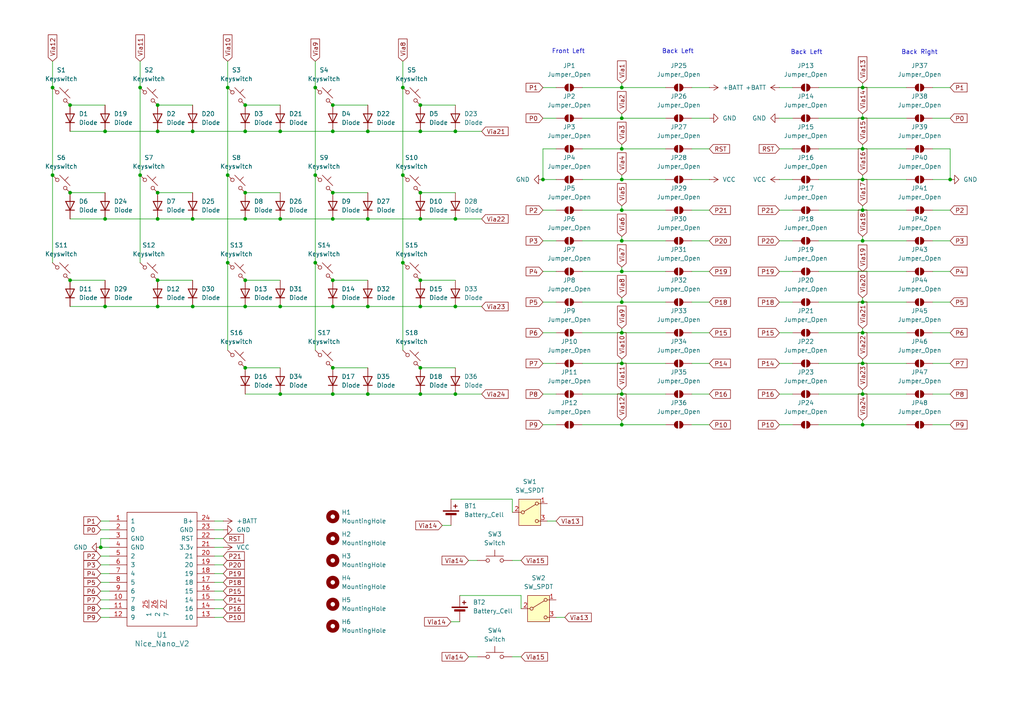
<source format=kicad_sch>
(kicad_sch (version 20231120) (generator "eeschema") (generator_version "8.0")
  (paper "A4")
  (title_block (title "Split36") (date "2024-07-30") (rev "4.0") (company "Connor Molnar"))
  (junction (at 71.12 55.88))
  (junction (at 132.08 38.1))
  (junction (at 71.12 81.28))
  (junction (at 275.59 52.07))
  (junction (at 250.19 114.3))
  (junction (at 180.34 34.29))
  (junction (at 157.48 52.07))
  (junction (at 121.92 38.1))
  (junction (at 30.48 38.1))
  (junction (at 96.52 114.3))
  (junction (at 20.32 55.88))
  (junction (at 91.44 76.2))
  (junction (at 40.64 50.8))
  (junction (at 81.28 38.1))
  (junction (at 250.19 96.52))
  (junction (at 30.48 88.9))
  (junction (at 40.64 25.4))
  (junction (at 180.34 52.07))
  (junction (at 29.21 158.75))
  (junction (at 121.92 114.3))
  (junction (at 180.34 123.19))
  (junction (at 81.28 88.9))
  (junction (at 96.52 81.28))
  (junction (at 132.08 114.3))
  (junction (at 180.34 25.4))
  (junction (at 45.72 63.5))
  (junction (at 250.19 105.41))
  (junction (at 20.32 81.28))
  (junction (at 66.04 50.8))
  (junction (at 106.68 114.3))
  (junction (at 106.68 88.9))
  (junction (at 250.19 52.07))
  (junction (at 55.88 88.9))
  (junction (at 55.88 38.1))
  (junction (at 96.52 38.1))
  (junction (at 71.12 38.1))
  (junction (at 96.52 106.68))
  (junction (at 132.08 88.9))
  (junction (at 71.12 30.48))
  (junction (at 30.48 63.5))
  (junction (at 121.92 88.9))
  (junction (at 15.24 50.8))
  (junction (at 250.19 87.63))
  (junction (at 250.19 60.96))
  (junction (at 45.72 38.1))
  (junction (at 15.24 25.4))
  (junction (at 121.92 30.48))
  (junction (at 45.72 55.88))
  (junction (at 180.34 96.52))
  (junction (at 96.52 55.88))
  (junction (at 66.04 25.4))
  (junction (at 116.84 25.4))
  (junction (at 116.84 50.8))
  (junction (at 180.34 87.63))
  (junction (at 180.34 78.74))
  (junction (at 250.19 69.85))
  (junction (at 91.44 50.8))
  (junction (at 55.88 63.5))
  (junction (at 250.19 34.29))
  (junction (at 45.72 30.48))
  (junction (at 180.34 43.18))
  (junction (at 71.12 106.68))
  (junction (at 121.92 106.68))
  (junction (at 180.34 69.85))
  (junction (at 45.72 88.9))
  (junction (at 81.28 114.3))
  (junction (at 96.52 63.5))
  (junction (at 106.68 38.1))
  (junction (at 45.72 81.28))
  (junction (at 71.12 88.9))
  (junction (at 250.19 43.18))
  (junction (at 71.12 63.5))
  (junction (at 121.92 81.28))
  (junction (at 96.52 30.48))
  (junction (at 121.92 55.88))
  (junction (at 250.19 25.4))
  (junction (at 132.08 63.5))
  (junction (at 66.04 76.2))
  (junction (at 91.44 25.4))
  (junction (at 116.84 76.2))
  (junction (at 96.52 88.9))
  (junction (at 250.19 123.19))
  (junction (at 180.34 105.41))
  (junction (at 106.68 63.5))
  (junction (at 180.34 114.3))
  (junction (at 81.28 63.5))
  (junction (at 180.34 60.96))
  (junction (at 20.32 30.48))
  (junction (at 121.92 63.5))
  (wire (pts (xy 96.52 81.28) (xy 106.68 81.28)))
  (wire (pts (xy 29.21 153.67) (xy 31.75 153.67)))
  (wire (pts (xy 62.23 153.67) (xy 64.77 153.67)))
  (wire (pts (xy 200.66 105.41) (xy 205.74 105.41)))
  (wire (pts (xy 20.32 63.5) (xy 30.48 63.5)))
  (wire (pts (xy 168.91 114.3) (xy 180.34 114.3)))
  (wire (pts (xy 121.92 30.48) (xy 132.08 30.48)))
  (wire (pts (xy 121.92 114.3) (xy 132.08 114.3)))
  (wire (pts (xy 200.66 43.18) (xy 205.74 43.18)))
  (wire (pts (xy 29.21 176.53) (xy 31.75 176.53)))
  (wire (pts (xy 71.12 106.68) (xy 81.28 106.68)))
  (wire (pts (xy 200.66 34.29) (xy 205.74 34.29)))
  (wire (pts (xy 45.72 55.88) (xy 55.88 55.88)))
  (wire (pts (xy 29.21 156.21) (xy 29.21 158.75)))
  (wire (pts (xy 168.91 34.29) (xy 180.34 34.29)))
  (wire (pts (xy 132.08 88.9) (xy 139.7 88.9)))
  (wire (pts (xy 96.52 30.48) (xy 106.68 30.48)))
  (wire (pts (xy 71.12 38.1) (xy 81.28 38.1)))
  (wire (pts (xy 71.12 55.88) (xy 81.28 55.88)))
  (wire (pts (xy 180.34 121.92) (xy 180.34 123.19)))
  (wire (pts (xy 132.08 63.5) (xy 139.7 63.5)))
  (wire (pts (xy 30.48 88.9) (xy 45.72 88.9)))
  (wire (pts (xy 29.21 179.07) (xy 31.75 179.07)))
  (wire (pts (xy 121.92 55.88) (xy 132.08 55.88)))
  (wire (pts (xy 270.51 114.3) (xy 275.59 114.3)))
  (wire (pts (xy 66.04 50.8) (xy 66.04 76.2)))
  (wire (pts (xy 15.24 50.8) (xy 15.24 76.2)))
  (wire (pts (xy 55.88 38.1) (xy 71.12 38.1)))
  (wire (pts (xy 180.34 52.07) (xy 193.04 52.07)))
  (wire (pts (xy 128.27 152.4) (xy 130.81 152.4)))
  (wire (pts (xy 29.21 151.13) (xy 31.75 151.13)))
  (wire (pts (xy 96.52 88.9) (xy 106.68 88.9)))
  (wire (pts (xy 157.48 34.29) (xy 161.29 34.29)))
  (wire (pts (xy 157.48 78.74) (xy 161.29 78.74)))
  (wire (pts (xy 250.19 34.29) (xy 262.89 34.29)))
  (wire (pts (xy 40.64 17.78) (xy 40.64 25.4)))
  (wire (pts (xy 40.64 50.8) (xy 40.64 76.2)))
  (wire (pts (xy 116.84 17.78) (xy 116.84 25.4)))
  (wire (pts (xy 121.92 88.9) (xy 132.08 88.9)))
  (wire (pts (xy 180.34 34.29) (xy 193.04 34.29)))
  (wire (pts (xy 250.19 121.92) (xy 250.19 123.19)))
  (wire (pts (xy 29.21 161.29) (xy 31.75 161.29)))
  (wire (pts (xy 157.48 123.19) (xy 161.29 123.19)))
  (wire (pts (xy 270.51 87.63) (xy 275.59 87.63)))
  (wire (pts (xy 62.23 176.53) (xy 64.77 176.53)))
  (wire (pts (xy 275.59 43.18) (xy 275.59 52.07)))
  (wire (pts (xy 180.34 78.74) (xy 193.04 78.74)))
  (wire (pts (xy 200.66 87.63) (xy 205.74 87.63)))
  (wire (pts (xy 226.06 43.18) (xy 229.87 43.18)))
  (wire (pts (xy 180.34 86.36) (xy 180.34 87.63)))
  (wire (pts (xy 116.84 50.8) (xy 116.84 76.2)))
  (wire (pts (xy 62.23 168.91) (xy 64.77 168.91)))
  (wire (pts (xy 20.32 88.9) (xy 30.48 88.9)))
  (wire (pts (xy 250.19 96.52) (xy 262.89 96.52)))
  (wire (pts (xy 71.12 30.48) (xy 81.28 30.48)))
  (wire (pts (xy 250.19 41.91) (xy 250.19 43.18)))
  (wire (pts (xy 250.19 43.18) (xy 262.89 43.18)))
  (wire (pts (xy 270.51 96.52) (xy 275.59 96.52)))
  (wire (pts (xy 62.23 173.99) (xy 64.77 173.99)))
  (wire (pts (xy 91.44 76.2) (xy 91.44 101.6)))
  (wire (pts (xy 200.66 96.52) (xy 205.74 96.52)))
  (wire (pts (xy 180.34 95.25) (xy 180.34 96.52)))
  (wire (pts (xy 29.21 158.75) (xy 31.75 158.75)))
  (wire (pts (xy 45.72 81.28) (xy 55.88 81.28)))
  (wire (pts (xy 226.06 87.63) (xy 229.87 87.63)))
  (wire (pts (xy 62.23 151.13) (xy 64.77 151.13)))
  (wire (pts (xy 180.34 113.03) (xy 180.34 114.3)))
  (wire (pts (xy 250.19 123.19) (xy 262.89 123.19)))
  (wire (pts (xy 180.34 33.02) (xy 180.34 34.29)))
  (wire (pts (xy 135.89 190.5) (xy 138.43 190.5)))
  (wire (pts (xy 200.66 114.3) (xy 205.74 114.3)))
  (wire (pts (xy 116.84 25.4) (xy 116.84 50.8)))
  (wire (pts (xy 157.48 69.85) (xy 161.29 69.85)))
  (wire (pts (xy 158.75 151.13) (xy 161.29 151.13)))
  (wire (pts (xy 168.91 43.18) (xy 180.34 43.18)))
  (wire (pts (xy 96.52 38.1) (xy 106.68 38.1)))
  (wire (pts (xy 200.66 78.74) (xy 205.74 78.74)))
  (wire (pts (xy 237.49 105.41) (xy 250.19 105.41)))
  (wire (pts (xy 270.51 43.18) (xy 275.59 43.18)))
  (wire (pts (xy 71.12 63.5) (xy 81.28 63.5)))
  (wire (pts (xy 200.66 123.19) (xy 205.74 123.19)))
  (wire (pts (xy 96.52 63.5) (xy 106.68 63.5)))
  (wire (pts (xy 130.81 180.34) (xy 133.35 180.34)))
  (wire (pts (xy 180.34 68.58) (xy 180.34 69.85)))
  (wire (pts (xy 250.19 95.25) (xy 250.19 96.52)))
  (wire (pts (xy 226.06 34.29) (xy 229.87 34.29)))
  (wire (pts (xy 180.34 41.91) (xy 180.34 43.18)))
  (wire (pts (xy 157.48 114.3) (xy 161.29 114.3)))
  (wire (pts (xy 91.44 17.78) (xy 91.44 25.4)))
  (wire (pts (xy 161.29 179.07) (xy 163.83 179.07)))
  (wire (pts (xy 226.06 123.19) (xy 229.87 123.19)))
  (wire (pts (xy 237.49 96.52) (xy 250.19 96.52)))
  (wire (pts (xy 45.72 38.1) (xy 55.88 38.1)))
  (wire (pts (xy 130.81 144.78) (xy 148.59 144.78)))
  (wire (pts (xy 250.19 87.63) (xy 262.89 87.63)))
  (wire (pts (xy 180.34 43.18) (xy 193.04 43.18)))
  (wire (pts (xy 250.19 50.8) (xy 250.19 52.07)))
  (wire (pts (xy 106.68 38.1) (xy 121.92 38.1)))
  (wire (pts (xy 106.68 63.5) (xy 121.92 63.5)))
  (wire (pts (xy 161.29 43.18) (xy 157.48 43.18)))
  (wire (pts (xy 237.49 114.3) (xy 250.19 114.3)))
  (wire (pts (xy 62.23 161.29) (xy 64.77 161.29)))
  (wire (pts (xy 250.19 86.36) (xy 250.19 87.63)))
  (wire (pts (xy 250.19 60.96) (xy 262.89 60.96)))
  (wire (pts (xy 270.51 78.74) (xy 275.59 78.74)))
  (wire (pts (xy 250.19 69.85) (xy 262.89 69.85)))
  (wire (pts (xy 200.66 52.07) (xy 205.74 52.07)))
  (wire (pts (xy 226.06 60.96) (xy 229.87 60.96)))
  (wire (pts (xy 91.44 50.8) (xy 91.44 76.2)))
  (wire (pts (xy 168.91 96.52) (xy 180.34 96.52)))
  (wire (pts (xy 180.34 50.8) (xy 180.34 52.07)))
  (wire (pts (xy 226.06 25.4) (xy 229.87 25.4)))
  (wire (pts (xy 226.06 96.52) (xy 229.87 96.52)))
  (wire (pts (xy 180.34 104.14) (xy 180.34 105.41)))
  (wire (pts (xy 71.12 88.9) (xy 81.28 88.9)))
  (wire (pts (xy 30.48 38.1) (xy 45.72 38.1)))
  (wire (pts (xy 250.19 105.41) (xy 262.89 105.41)))
  (wire (pts (xy 200.66 25.4) (xy 205.74 25.4)))
  (wire (pts (xy 237.49 69.85) (xy 250.19 69.85)))
  (wire (pts (xy 81.28 114.3) (xy 96.52 114.3)))
  (wire (pts (xy 81.28 88.9) (xy 96.52 88.9)))
  (wire (pts (xy 157.48 25.4) (xy 161.29 25.4)))
  (wire (pts (xy 250.19 24.13) (xy 250.19 25.4)))
  (wire (pts (xy 81.28 38.1) (xy 96.52 38.1)))
  (wire (pts (xy 121.92 106.68) (xy 132.08 106.68)))
  (wire (pts (xy 226.06 52.07) (xy 229.87 52.07)))
  (wire (pts (xy 168.91 69.85) (xy 180.34 69.85)))
  (wire (pts (xy 168.91 78.74) (xy 180.34 78.74)))
  (wire (pts (xy 55.88 88.9) (xy 71.12 88.9)))
  (wire (pts (xy 180.34 25.4) (xy 193.04 25.4)))
  (wire (pts (xy 20.32 38.1) (xy 30.48 38.1)))
  (wire (pts (xy 180.34 24.13) (xy 180.34 25.4)))
  (wire (pts (xy 250.19 113.03) (xy 250.19 114.3)))
  (wire (pts (xy 168.91 52.07) (xy 180.34 52.07)))
  (wire (pts (xy 157.48 105.41) (xy 161.29 105.41)))
  (wire (pts (xy 45.72 63.5) (xy 55.88 63.5)))
  (wire (pts (xy 71.12 114.3) (xy 81.28 114.3)))
  (wire (pts (xy 45.72 30.48) (xy 55.88 30.48)))
  (wire (pts (xy 29.21 173.99) (xy 31.75 173.99)))
  (wire (pts (xy 180.34 59.69) (xy 180.34 60.96)))
  (wire (pts (xy 62.23 171.45) (xy 64.77 171.45)))
  (wire (pts (xy 237.49 34.29) (xy 250.19 34.29)))
  (wire (pts (xy 116.84 76.2) (xy 116.84 101.6)))
  (wire (pts (xy 66.04 25.4) (xy 66.04 50.8)))
  (wire (pts (xy 55.88 63.5) (xy 71.12 63.5)))
  (wire (pts (xy 30.48 63.5) (xy 45.72 63.5)))
  (wire (pts (xy 96.52 114.3) (xy 106.68 114.3)))
  (wire (pts (xy 45.72 88.9) (xy 55.88 88.9)))
  (wire (pts (xy 237.49 123.19) (xy 250.19 123.19)))
  (wire (pts (xy 157.48 96.52) (xy 161.29 96.52)))
  (wire (pts (xy 132.08 114.3) (xy 139.7 114.3)))
  (wire (pts (xy 96.52 106.68) (xy 106.68 106.68)))
  (wire (pts (xy 226.06 69.85) (xy 229.87 69.85)))
  (wire (pts (xy 250.19 33.02) (xy 250.19 34.29)))
  (wire (pts (xy 226.06 114.3) (xy 229.87 114.3)))
  (wire (pts (xy 15.24 25.4) (xy 15.24 50.8)))
  (wire (pts (xy 180.34 96.52) (xy 193.04 96.52)))
  (wire (pts (xy 200.66 60.96) (xy 205.74 60.96)))
  (wire (pts (xy 106.68 114.3) (xy 121.92 114.3)))
  (wire (pts (xy 180.34 60.96) (xy 193.04 60.96)))
  (wire (pts (xy 148.59 190.5) (xy 151.13 190.5)))
  (wire (pts (xy 62.23 166.37) (xy 64.77 166.37)))
  (wire (pts (xy 237.49 43.18) (xy 250.19 43.18)))
  (wire (pts (xy 29.21 163.83) (xy 31.75 163.83)))
  (wire (pts (xy 62.23 158.75) (xy 64.77 158.75)))
  (wire (pts (xy 62.23 163.83) (xy 64.77 163.83)))
  (wire (pts (xy 270.51 123.19) (xy 275.59 123.19)))
  (wire (pts (xy 168.91 60.96) (xy 180.34 60.96)))
  (wire (pts (xy 96.52 55.88) (xy 106.68 55.88)))
  (wire (pts (xy 180.34 114.3) (xy 193.04 114.3)))
  (wire (pts (xy 250.19 104.14) (xy 250.19 105.41)))
  (wire (pts (xy 237.49 78.74) (xy 262.89 78.74)))
  (wire (pts (xy 20.32 81.28) (xy 30.48 81.28)))
  (wire (pts (xy 15.24 17.78) (xy 15.24 25.4)))
  (wire (pts (xy 250.19 68.58) (xy 250.19 69.85)))
  (wire (pts (xy 270.51 34.29) (xy 275.59 34.29)))
  (wire (pts (xy 270.51 69.85) (xy 275.59 69.85)))
  (wire (pts (xy 180.34 105.41) (xy 193.04 105.41)))
  (wire (pts (xy 237.49 52.07) (xy 250.19 52.07)))
  (wire (pts (xy 29.21 168.91) (xy 31.75 168.91)))
  (wire (pts (xy 270.51 105.41) (xy 275.59 105.41)))
  (wire (pts (xy 121.92 38.1) (xy 132.08 38.1)))
  (wire (pts (xy 157.48 43.18) (xy 157.48 52.07)))
  (wire (pts (xy 121.92 81.28) (xy 132.08 81.28)))
  (wire (pts (xy 270.51 25.4) (xy 275.59 25.4)))
  (wire (pts (xy 148.59 144.78) (xy 148.59 148.59)))
  (wire (pts (xy 29.21 171.45) (xy 31.75 171.45)))
  (wire (pts (xy 91.44 25.4) (xy 91.44 50.8)))
  (wire (pts (xy 180.34 87.63) (xy 193.04 87.63)))
  (wire (pts (xy 157.48 52.07) (xy 161.29 52.07)))
  (wire (pts (xy 237.49 87.63) (xy 250.19 87.63)))
  (wire (pts (xy 270.51 60.96) (xy 275.59 60.96)))
  (wire (pts (xy 132.08 38.1) (xy 139.7 38.1)))
  (wire (pts (xy 180.34 77.47) (xy 180.34 78.74)))
  (wire (pts (xy 250.19 114.3) (xy 262.89 114.3)))
  (wire (pts (xy 250.19 59.69) (xy 250.19 60.96)))
  (wire (pts (xy 237.49 25.4) (xy 250.19 25.4)))
  (wire (pts (xy 20.32 55.88) (xy 30.48 55.88)))
  (wire (pts (xy 71.12 81.28) (xy 81.28 81.28)))
  (wire (pts (xy 151.13 172.72) (xy 151.13 176.53)))
  (wire (pts (xy 148.59 162.56) (xy 151.13 162.56)))
  (wire (pts (xy 31.75 156.21) (xy 29.21 156.21)))
  (wire (pts (xy 81.28 63.5) (xy 96.52 63.5)))
  (wire (pts (xy 62.23 156.21) (xy 64.77 156.21)))
  (wire (pts (xy 20.32 30.48) (xy 30.48 30.48)))
  (wire (pts (xy 66.04 17.78) (xy 66.04 25.4)))
  (wire (pts (xy 250.19 52.07) (xy 262.89 52.07)))
  (wire (pts (xy 250.19 25.4) (xy 262.89 25.4)))
  (wire (pts (xy 135.89 162.56) (xy 138.43 162.56)))
  (wire (pts (xy 270.51 52.07) (xy 275.59 52.07)))
  (wire (pts (xy 168.91 105.41) (xy 180.34 105.41)))
  (wire (pts (xy 180.34 69.85) (xy 193.04 69.85)))
  (wire (pts (xy 133.35 172.72) (xy 151.13 172.72)))
  (wire (pts (xy 168.91 123.19) (xy 180.34 123.19)))
  (wire (pts (xy 40.64 25.4) (xy 40.64 50.8)))
  (wire (pts (xy 168.91 87.63) (xy 180.34 87.63)))
  (wire (pts (xy 157.48 87.63) (xy 161.29 87.63)))
  (wire (pts (xy 62.23 179.07) (xy 64.77 179.07)))
  (wire (pts (xy 168.91 25.4) (xy 180.34 25.4)))
  (wire (pts (xy 106.68 88.9) (xy 121.92 88.9)))
  (wire (pts (xy 226.06 78.74) (xy 229.87 78.74)))
  (wire (pts (xy 157.48 60.96) (xy 161.29 60.96)))
  (wire (pts (xy 121.92 63.5) (xy 132.08 63.5)))
  (wire (pts (xy 29.21 166.37) (xy 31.75 166.37)))
  (wire (pts (xy 180.34 123.19) (xy 193.04 123.19)))
  (wire (pts (xy 66.04 76.2) (xy 66.04 101.6)))
  (wire (pts (xy 200.66 69.85) (xy 205.74 69.85)))
  (wire (pts (xy 237.49 60.96) (xy 250.19 60.96)))
  (wire (pts (xy 226.06 105.41) (xy 229.87 105.41)))
  (text "Back Left" (at 196.596 14.986 0) (effects (font (size 1.27 1.27))))
  (text "Back Right" (at 266.7 15.24 0) (effects (font (size 1.27 1.27))))
  (text "Front Left" (at 164.846 14.986 0) (effects (font (size 1.27 1.27))))
  (text "Back Left" (at 233.934 15.24 0) (effects (font (size 1.27 1.27))))
  (global_label "P4" (shape input) (at 157.48 78.74 180) (property "Intersheetrefs" "${INTERSHEET_REFS}" (effects (hide yes))))
  (global_label "Via23" (shape input) (at 139.7 88.9 0) (property "Intersheetrefs" "${INTERSHEET_REFS}" (effects (hide yes))))
  (global_label "Via12" (shape input) (at 15.24 17.78 90) (property "Intersheetrefs" "${INTERSHEET_REFS}" (effects (hide yes))))
  (global_label "P14" (shape input) (at 64.77 173.99 0) (property "Intersheetrefs" "${INTERSHEET_REFS}" (effects (hide yes))))
  (global_label "Via1" (shape input) (at 180.34 24.13 90) (property "Intersheetrefs" "${INTERSHEET_REFS}" (effects (hide yes))))
  (global_label "P0" (shape input) (at 29.21 153.67 180) (property "Intersheetrefs" "${INTERSHEET_REFS}" (effects (hide yes))))
  (global_label "P0" (shape input) (at 157.48 34.29 180) (property "Intersheetrefs" "${INTERSHEET_REFS}" (effects (hide yes))))
  (global_label "P1" (shape input) (at 29.21 151.13 180) (property "Intersheetrefs" "${INTERSHEET_REFS}" (effects (hide yes))))
  (global_label "Via24" (shape input) (at 250.19 121.92 90) (property "Intersheetrefs" "${INTERSHEET_REFS}" (effects (hide yes))))
  (global_label "P19" (shape input) (at 64.77 166.37 0) (property "Intersheetrefs" "${INTERSHEET_REFS}" (effects (hide yes))))
  (global_label "Via22" (shape input) (at 139.7 63.5 0) (property "Intersheetrefs" "${INTERSHEET_REFS}" (effects (hide yes))))
  (global_label "Via19" (shape input) (at 250.19 78.74 90) (property "Intersheetrefs" "${INTERSHEET_REFS}" (effects (hide yes))))
  (global_label "P3" (shape input) (at 29.21 163.83 180) (property "Intersheetrefs" "${INTERSHEET_REFS}" (effects (hide yes))))
  (global_label "Via16" (shape input) (at 250.19 50.8 90) (property "Intersheetrefs" "${INTERSHEET_REFS}" (effects (hide yes))))
  (global_label "P18" (shape input) (at 226.06 87.63 180) (property "Intersheetrefs" "${INTERSHEET_REFS}" (effects (hide yes))))
  (global_label "P6" (shape input) (at 29.21 171.45 180) (property "Intersheetrefs" "${INTERSHEET_REFS}" (effects (hide yes))))
  (global_label "Via14" (shape input) (at 135.89 162.56 180) (property "Intersheetrefs" "${INTERSHEET_REFS}" (effects (hide yes))))
  (global_label "Via14" (shape input) (at 130.81 180.34 180) (property "Intersheetrefs" "${INTERSHEET_REFS}" (effects (hide yes))))
  (global_label "Via9" (shape input) (at 180.34 95.25 90) (property "Intersheetrefs" "${INTERSHEET_REFS}" (effects (hide yes))))
  (global_label "P1" (shape input) (at 157.48 25.4 180) (property "Intersheetrefs" "${INTERSHEET_REFS}" (effects (hide yes))))
  (global_label "P1" (shape input) (at 275.59 25.4 0) (property "Intersheetrefs" "${INTERSHEET_REFS}" (effects (hide yes))))
  (global_label "P9" (shape input) (at 29.21 179.07 180) (property "Intersheetrefs" "${INTERSHEET_REFS}" (effects (hide yes))))
  (global_label "Via10" (shape input) (at 180.34 104.14 90) (property "Intersheetrefs" "${INTERSHEET_REFS}" (effects (hide yes))))
  (global_label "P20" (shape input) (at 226.06 69.85 180) (property "Intersheetrefs" "${INTERSHEET_REFS}" (effects (hide yes))))
  (global_label "Via11" (shape input) (at 180.34 113.03 90) (property "Intersheetrefs" "${INTERSHEET_REFS}" (effects (hide yes))))
  (global_label "Via21" (shape input) (at 250.19 95.25 90) (property "Intersheetrefs" "${INTERSHEET_REFS}" (effects (hide yes))))
  (global_label "Via12" (shape input) (at 180.34 121.92 90) (property "Intersheetrefs" "${INTERSHEET_REFS}" (effects (hide yes))))
  (global_label "P20" (shape input) (at 64.77 163.83 0) (property "Intersheetrefs" "${INTERSHEET_REFS}" (effects (hide yes))))
  (global_label "P10" (shape input) (at 226.06 123.19 180) (property "Intersheetrefs" "${INTERSHEET_REFS}" (effects (hide yes))))
  (global_label "P5" (shape input) (at 157.48 87.63 180) (property "Intersheetrefs" "${INTERSHEET_REFS}" (effects (hide yes))))
  (global_label "P5" (shape input) (at 275.59 87.63 0) (property "Intersheetrefs" "${INTERSHEET_REFS}" (effects (hide yes))))
  (global_label "Via3" (shape input) (at 180.34 41.91 90) (property "Intersheetrefs" "${INTERSHEET_REFS}" (effects (hide yes))))
  (global_label "P16" (shape input) (at 226.06 114.3 180) (property "Intersheetrefs" "${INTERSHEET_REFS}" (effects (hide yes))))
  (global_label "P9" (shape input) (at 157.48 123.19 180) (property "Intersheetrefs" "${INTERSHEET_REFS}" (effects (hide yes))))
  (global_label "Via17" (shape input) (at 250.19 59.69 90) (property "Intersheetrefs" "${INTERSHEET_REFS}" (effects (hide yes))))
  (global_label "P21" (shape input) (at 64.77 161.29 0) (property "Intersheetrefs" "${INTERSHEET_REFS}" (effects (hide yes))))
  (global_label "P3" (shape input) (at 275.59 69.85 0) (property "Intersheetrefs" "${INTERSHEET_REFS}" (effects (hide yes))))
  (global_label "Via13" (shape input) (at 163.83 179.07 0) (property "Intersheetrefs" "${INTERSHEET_REFS}" (effects (hide yes))))
  (global_label "P0" (shape input) (at 275.59 34.29 0) (property "Intersheetrefs" "${INTERSHEET_REFS}" (effects (hide yes))))
  (global_label "P10" (shape input) (at 64.77 179.07 0) (property "Intersheetrefs" "${INTERSHEET_REFS}" (effects (hide yes))))
  (global_label "Via23" (shape input) (at 250.19 113.03 90) (property "Intersheetrefs" "${INTERSHEET_REFS}" (effects (hide yes))))
  (global_label "P18" (shape input) (at 64.77 168.91 0) (property "Intersheetrefs" "${INTERSHEET_REFS}" (effects (hide yes))))
  (global_label "RST" (shape input) (at 64.77 156.21 0) (property "Intersheetrefs" "${INTERSHEET_REFS}" (effects (hide yes))))
  (global_label "P14" (shape input) (at 205.74 105.41 0) (property "Intersheetrefs" "${INTERSHEET_REFS}" (effects (hide yes))))
  (global_label "Via11" (shape input) (at 40.64 17.78 90) (property "Intersheetrefs" "${INTERSHEET_REFS}" (effects (hide yes))))
  (global_label "Via21" (shape input) (at 139.7 38.1 0) (property "Intersheetrefs" "${INTERSHEET_REFS}" (effects (hide yes))))
  (global_label "P18" (shape input) (at 205.74 87.63 0) (property "Intersheetrefs" "${INTERSHEET_REFS}" (effects (hide yes))))
  (global_label "P15" (shape input) (at 205.74 96.52 0) (property "Intersheetrefs" "${INTERSHEET_REFS}" (effects (hide yes))))
  (global_label "Via2" (shape input) (at 180.34 33.02 90) (property "Intersheetrefs" "${INTERSHEET_REFS}" (effects (hide yes))))
  (global_label "P8" (shape input) (at 275.59 114.3 0) (property "Intersheetrefs" "${INTERSHEET_REFS}" (effects (hide yes))))
  (global_label "P15" (shape input) (at 226.06 96.52 180) (property "Intersheetrefs" "${INTERSHEET_REFS}" (effects (hide yes))))
  (global_label "Via7" (shape input) (at 180.34 77.47 90) (property "Intersheetrefs" "${INTERSHEET_REFS}" (effects (hide yes))))
  (global_label "P21" (shape input) (at 226.06 60.96 180) (property "Intersheetrefs" "${INTERSHEET_REFS}" (effects (hide yes))))
  (global_label "Via24" (shape input) (at 139.7 114.3 0) (property "Intersheetrefs" "${INTERSHEET_REFS}" (effects (hide yes))))
  (global_label "Via14" (shape input) (at 128.27 152.4 180) (property "Intersheetrefs" "${INTERSHEET_REFS}" (effects (hide yes))))
  (global_label "Via14" (shape input) (at 135.89 190.5 180) (property "Intersheetrefs" "${INTERSHEET_REFS}" (effects (hide yes))))
  (global_label "P6" (shape input) (at 275.59 96.52 0) (property "Intersheetrefs" "${INTERSHEET_REFS}" (effects (hide yes))))
  (global_label "Via8" (shape input) (at 180.34 86.36 90) (property "Intersheetrefs" "${INTERSHEET_REFS}" (effects (hide yes))))
  (global_label "P6" (shape input) (at 157.48 96.52 180) (property "Intersheetrefs" "${INTERSHEET_REFS}" (effects (hide yes))))
  (global_label "Via15" (shape input) (at 151.13 162.56 0) (property "Intersheetrefs" "${INTERSHEET_REFS}" (effects (hide yes))))
  (global_label "Via13" (shape input) (at 161.29 151.13 0) (property "Intersheetrefs" "${INTERSHEET_REFS}" (effects (hide yes))))
  (global_label "Via15" (shape input) (at 250.19 41.91 90) (property "Intersheetrefs" "${INTERSHEET_REFS}" (effects (hide yes))))
  (global_label "Via10" (shape input) (at 66.04 17.78 90) (property "Intersheetrefs" "${INTERSHEET_REFS}" (effects (hide yes))))
  (global_label "Via8" (shape input) (at 116.84 17.78 90) (property "Intersheetrefs" "${INTERSHEET_REFS}" (effects (hide yes))))
  (global_label "P3" (shape input) (at 157.48 69.85 180) (property "Intersheetrefs" "${INTERSHEET_REFS}" (effects (hide yes))))
  (global_label "P20" (shape input) (at 205.74 69.85 0) (property "Intersheetrefs" "${INTERSHEET_REFS}" (effects (hide yes))))
  (global_label "Via13" (shape input) (at 250.19 24.13 90) (property "Intersheetrefs" "${INTERSHEET_REFS}" (effects (hide yes))))
  (global_label "P2" (shape input) (at 29.21 161.29 180) (property "Intersheetrefs" "${INTERSHEET_REFS}" (effects (hide yes))))
  (global_label "P2" (shape input) (at 157.48 60.96 180) (property "Intersheetrefs" "${INTERSHEET_REFS}" (effects (hide yes))))
  (global_label "RST" (shape input) (at 205.74 43.18 0) (property "Intersheetrefs" "${INTERSHEET_REFS}" (effects (hide yes))))
  (global_label "P9" (shape input) (at 275.59 123.19 0) (property "Intersheetrefs" "${INTERSHEET_REFS}" (effects (hide yes))))
  (global_label "P15" (shape input) (at 64.77 171.45 0) (property "Intersheetrefs" "${INTERSHEET_REFS}" (effects (hide yes))))
  (global_label "Via4" (shape input) (at 180.34 50.8 90) (property "Intersheetrefs" "${INTERSHEET_REFS}" (effects (hide yes))))
  (global_label "P2" (shape input) (at 275.59 60.96 0) (property "Intersheetrefs" "${INTERSHEET_REFS}" (effects (hide yes))))
  (global_label "P10" (shape input) (at 205.74 123.19 0) (property "Intersheetrefs" "${INTERSHEET_REFS}" (effects (hide yes))))
  (global_label "Via9" (shape input) (at 91.44 17.78 90) (property "Intersheetrefs" "${INTERSHEET_REFS}" (effects (hide yes))))
  (global_label "P4" (shape input) (at 29.21 166.37 180) (property "Intersheetrefs" "${INTERSHEET_REFS}" (effects (hide yes))))
  (global_label "P16" (shape input) (at 205.74 114.3 0) (property "Intersheetrefs" "${INTERSHEET_REFS}" (effects (hide yes))))
  (global_label "P14" (shape input) (at 226.06 105.41 180) (property "Intersheetrefs" "${INTERSHEET_REFS}" (effects (hide yes))))
  (global_label "P8" (shape input) (at 29.21 176.53 180) (property "Intersheetrefs" "${INTERSHEET_REFS}" (effects (hide yes))))
  (global_label "Via5" (shape input) (at 180.34 59.69 90) (property "Intersheetrefs" "${INTERSHEET_REFS}" (effects (hide yes))))
  (global_label "RST" (shape input) (at 226.06 43.18 180) (property "Intersheetrefs" "${INTERSHEET_REFS}" (effects (hide yes))))
  (global_label "P19" (shape input) (at 226.06 78.74 180) (property "Intersheetrefs" "${INTERSHEET_REFS}" (effects (hide yes))))
  (global_label "Via14" (shape input) (at 250.19 33.02 90) (property "Intersheetrefs" "${INTERSHEET_REFS}" (effects (hide yes))))
  (global_label "P7" (shape input) (at 275.59 105.41 0) (property "Intersheetrefs" "${INTERSHEET_REFS}" (effects (hide yes))))
  (global_label "P21" (shape input) (at 205.74 60.96 0) (property "Intersheetrefs" "${INTERSHEET_REFS}" (effects (hide yes))))
  (global_label "P8" (shape input) (at 157.48 114.3 180) (property "Intersheetrefs" "${INTERSHEET_REFS}" (effects (hide yes))))
  (global_label "P16" (shape input) (at 64.77 176.53 0) (property "Intersheetrefs" "${INTERSHEET_REFS}" (effects (hide yes))))
  (global_label "Via18" (shape input) (at 250.19 68.58 90) (property "Intersheetrefs" "${INTERSHEET_REFS}" (effects (hide yes))))
  (global_label "P4" (shape input) (at 275.59 78.74 0) (property "Intersheetrefs" "${INTERSHEET_REFS}" (effects (hide yes))))
  (global_label "P7" (shape input) (at 29.21 173.99 180) (property "Intersheetrefs" "${INTERSHEET_REFS}" (effects (hide yes))))
  (global_label "P7" (shape input) (at 157.48 105.41 180) (property "Intersheetrefs" "${INTERSHEET_REFS}" (effects (hide yes))))
  (global_label "Via6" (shape input) (at 180.34 68.58 90) (property "Intersheetrefs" "${INTERSHEET_REFS}" (effects (hide yes))))
  (global_label "Via20" (shape input) (at 250.19 86.36 90) (property "Intersheetrefs" "${INTERSHEET_REFS}" (effects (hide yes))))
  (global_label "P19" (shape input) (at 205.74 78.74 0) (property "Intersheetrefs" "${INTERSHEET_REFS}" (effects (hide yes))))
  (global_label "P5" (shape input) (at 29.21 168.91 180) (property "Intersheetrefs" "${INTERSHEET_REFS}" (effects (hide yes))))
  (global_label "Via15" (shape input) (at 151.13 190.5 0) (property "Intersheetrefs" "${INTERSHEET_REFS}" (effects (hide yes))))
  (global_label "Via22" (shape input) (at 250.19 104.14 90) (property "Intersheetrefs" "${INTERSHEET_REFS}" (effects (hide yes))))
  (symbol (lib_id "ScottoKeebs:Placeholder_Keyswitch") (at 68.58 104.14 0) (unit 1)
    (property "Reference" "S16" (at 68.58 96.52 0))
    (property "Value" "Keyswitch" (at 68.58 99.06 0))
    (property "Footprint" "Reversible:Kailh_socket_PG1350_reversible" (effects (hide yes)))
    (property "Description" "Push button switch, normally open, two pins, 45° tilted" (effects (hide yes)))
  )
  (symbol (lib_id "ScottoKeebs:Placeholder_Diode") (at 106.68 85.09 90) (unit 1)
    (property "Reference" "D32" (at 109.22 83.8199 90) (effects (justify right)))
    (property "Value" "Diode" (at 109.22 86.3599 90) (effects (justify right)))
    (property "Footprint" "ScottoKeebs_Components:Diode_SOD-123" (effects (hide yes)))
    (property "Description" "1N4148 (DO-35) or 1N4148W (SOD-123)" (effects (hide yes)))
    (property "Sim.Device" "D" (effects (hide yes)))
    (property "Sim.Pins" "1=K 2=A" (effects (hide yes)))
  )
  (symbol (lib_id "ScottoKeebs:MCU_Nice_Nano_V2") (at 46.99 165.1 0) (unit 1)
    (property "Reference" "U1" (at 46.99 184.15 0) (effects (font (size 1.524 1.524))))
    (property "Value" "Nice_Nano_V2" (at 46.99 186.69 0) (effects (font (size 1.524 1.524))))
    (property "Footprint" "ScottoKeebs_MCU:Nice_Nano_V2" (effects (hide yes)))
  )
  (symbol (lib_id "ScottoKeebs:Placeholder_Keyswitch") (at 119.38 53.34 0) (unit 1)
    (property "Reference" "S10" (at 119.38 45.72 0))
    (property "Value" "Keyswitch" (at 119.38 48.26 0))
    (property "Footprint" "Reversible:Kailh_socket_PG1350_reversible" (effects (hide yes)))
    (property "Description" "Push button switch, normally open, two pins, 45° tilted" (effects (hide yes)))
  )
  (symbol (lib_id "Jumper:SolderJumper_2_Open") (at 196.85 105.41 0) (mirror y) (unit 1) (exclude_from_sim yes) (in_bom no)
    (property "Reference" "JP34" (at 196.85 99.06 0))
    (property "Value" "Jumper_Open" (at 196.85 101.6 0))
    (property "Footprint" "Jumper:SolderJumper-2_P1.3mm_Open_TrianglePad1.0x1.5mm" (effects (hide yes)))
    (property "Description" "Solder Jumper, 2-pole, open" (effects (hide yes)))
  )
  (symbol (lib_id "ScottoKeebs:Placeholder_Diode") (at 55.88 59.69 90) (unit 1)
    (property "Reference" "D25" (at 58.42 58.4199 90) (effects (justify right)))
    (property "Value" "Diode" (at 58.42 60.9599 90) (effects (justify right)))
    (property "Footprint" "ScottoKeebs_Components:Diode_SOD-123" (effects (hide yes)))
    (property "Description" "1N4148 (DO-35) or 1N4148W (SOD-123)" (effects (hide yes)))
    (property "Sim.Device" "D" (effects (hide yes)))
    (property "Sim.Pins" "1=K 2=A" (effects (hide yes)))
  )
  (symbol (lib_id "ScottoKeebs:Placeholder_Keyswitch") (at 17.78 53.34 0) (unit 1)
    (property "Reference" "S6" (at 17.78 45.72 0))
    (property "Value" "Keyswitch" (at 17.78 48.26 0))
    (property "Footprint" "Reversible:Kailh_socket_PG1350_reversible" (effects (hide yes)))
    (property "Description" "Push button switch, normally open, two pins, 45° tilted" (effects (hide yes)))
  )
  (symbol (lib_id "ScottoKeebs:Placeholder_Keyswitch") (at 93.98 53.34 0) (unit 1)
    (property "Reference" "S9" (at 93.98 45.72 0))
    (property "Value" "Keyswitch" (at 93.98 48.26 0))
    (property "Footprint" "Reversible:Kailh_socket_PG1350_reversible" (effects (hide yes)))
    (property "Description" "Push button switch, normally open, two pins, 45° tilted" (effects (hide yes)))
  )
  (symbol (lib_id "ScottoKeebs:Placeholder_Diode") (at 132.08 59.69 90) (unit 1)
    (property "Reference" "D28" (at 134.62 58.4199 90) (effects (justify right)))
    (property "Value" "Diode" (at 134.62 60.9599 90) (effects (justify right)))
    (property "Footprint" "ScottoKeebs_Components:Diode_SOD-123" (effects (hide yes)))
    (property "Description" "1N4148 (DO-35) or 1N4148W (SOD-123)" (effects (hide yes)))
    (property "Sim.Device" "D" (effects (hide yes)))
    (property "Sim.Pins" "1=K 2=A" (effects (hide yes)))
  )
  (symbol (lib_id "Jumper:SolderJumper_2_Open") (at 196.85 123.19 0) (mirror y) (unit 1) (exclude_from_sim yes) (in_bom no)
    (property "Reference" "JP36" (at 196.85 116.84 0))
    (property "Value" "Jumper_Open" (at 196.85 119.38 0))
    (property "Footprint" "Jumper:SolderJumper-2_P1.3mm_Open_TrianglePad1.0x1.5mm" (effects (hide yes)))
    (property "Description" "Solder Jumper, 2-pole, open" (effects (hide yes)))
  )
  (symbol (lib_id "power:VCC") (at 64.77 158.75 270) (unit 1)
    (property "Reference" "#PWR01" (effects (hide yes)))
    (property "Value" "VCC" (at 68.58 158.7499 90) (effects (justify left)))
    (property "Description" "Power symbol creates a global label with name \"VCC\"" (effects (hide yes)))
  )
  (symbol (lib_id "Jumper:SolderJumper_2_Open") (at 196.85 96.52 0) (mirror y) (unit 1) (exclude_from_sim yes) (in_bom no)
    (property "Reference" "JP33" (at 196.85 90.17 0))
    (property "Value" "Jumper_Open" (at 196.85 92.71 0))
    (property "Footprint" "Jumper:SolderJumper-2_P1.3mm_Open_TrianglePad1.0x1.5mm" (effects (hide yes)))
    (property "Description" "Solder Jumper, 2-pole, open" (effects (hide yes)))
  )
  (symbol (lib_id "ScottoKeebs:Placeholder_Diode") (at 96.52 110.49 90) (unit 1)
    (property "Reference" "D17" (at 99.06 109.2199 90) (effects (justify right)))
    (property "Value" "Diode" (at 99.06 111.7599 90) (effects (justify right)))
    (property "Footprint" "ScottoKeebs_Components:Diode_SOD-123" (effects (hide yes)))
    (property "Description" "1N4148 (DO-35) or 1N4148W (SOD-123)" (effects (hide yes)))
    (property "Sim.Device" "D" (effects (hide yes)))
    (property "Sim.Pins" "1=K 2=A" (effects (hide yes)))
  )
  (symbol (lib_id "ScottoKeebs:Placeholder_Keyswitch") (at 17.78 78.74 0) (unit 1)
    (property "Reference" "S11" (at 17.78 71.12 0))
    (property "Value" "Keyswitch" (at 17.78 73.66 0))
    (property "Footprint" "Reversible:Kailh_socket_PG1350_reversible" (effects (hide yes)))
    (property "Description" "Push button switch, normally open, two pins, 45° tilted" (effects (hide yes)))
  )
  (symbol (lib_id "ScottoKeebs:Placeholder_Diode") (at 71.12 110.49 90) (unit 1)
    (property "Reference" "D16" (at 73.66 109.2199 90) (effects (justify right)))
    (property "Value" "Diode" (at 73.66 111.7599 90) (effects (justify right)))
    (property "Footprint" "ScottoKeebs_Components:Diode_SOD-123" (effects (hide yes)))
    (property "Description" "1N4148 (DO-35) or 1N4148W (SOD-123)" (effects (hide yes)))
    (property "Sim.Device" "D" (effects (hide yes)))
    (property "Sim.Pins" "1=K 2=A" (effects (hide yes)))
  )
  (symbol (lib_id "Jumper:SolderJumper_2_Open") (at 233.68 87.63 0) (unit 1) (exclude_from_sim yes) (in_bom no)
    (property "Reference" "JP20" (at 233.68 81.28 0))
    (property "Value" "Jumper_Open" (at 233.68 83.82 0))
    (property "Footprint" "Jumper:SolderJumper-2_P1.3mm_Open_TrianglePad1.0x1.5mm" (effects (hide yes)))
    (property "Description" "Solder Jumper, 2-pole, open" (effects (hide yes)))
  )
  (symbol (lib_id "Jumper:SolderJumper_2_Open") (at 196.85 87.63 0) (mirror y) (unit 1) (exclude_from_sim yes) (in_bom no)
    (property "Reference" "JP32" (at 196.85 81.28 0))
    (property "Value" "Jumper_Open" (at 196.85 83.82 0))
    (property "Footprint" "Jumper:SolderJumper-2_P1.3mm_Open_TrianglePad1.0x1.5mm" (effects (hide yes)))
    (property "Description" "Solder Jumper, 2-pole, open" (effects (hide yes)))
  )
  (symbol (lib_id "ScottoKeebs:Placeholder_Diode") (at 55.88 85.09 90) (unit 1)
    (property "Reference" "D30" (at 58.42 83.8199 90) (effects (justify right)))
    (property "Value" "Diode" (at 58.42 86.3599 90) (effects (justify right)))
    (property "Footprint" "ScottoKeebs_Components:Diode_SOD-123" (effects (hide yes)))
    (property "Description" "1N4148 (DO-35) or 1N4148W (SOD-123)" (effects (hide yes)))
    (property "Sim.Device" "D" (effects (hide yes)))
    (property "Sim.Pins" "1=K 2=A" (effects (hide yes)))
  )
  (symbol (lib_id "Switch:SW_SPDT") (at 153.67 148.59 0) (unit 1)
    (property "Reference" "SW1" (at 153.67 139.7 0))
    (property "Value" "SW_SPDT" (at 153.67 142.24 0))
    (property "Footprint" "ScottoKeebs_Components:Switch_MSK12C02" (effects (hide yes)))
    (property "Description" "Switch, single pole double throw" (effects (hide yes)))
  )
  (symbol (lib_id "Jumper:SolderJumper_2_Open") (at 165.1 114.3 0) (unit 1) (exclude_from_sim yes) (in_bom no)
    (property "Reference" "JP11" (at 165.1 107.95 0))
    (property "Value" "Jumper_Open" (at 165.1 110.49 0))
    (property "Footprint" "Jumper:SolderJumper-2_P1.3mm_Open_TrianglePad1.0x1.5mm" (effects (hide yes)))
    (property "Description" "Solder Jumper, 2-pole, open" (effects (hide yes)))
  )
  (symbol (lib_id "Jumper:SolderJumper_2_Open") (at 266.7 87.63 0) (mirror y) (unit 1) (exclude_from_sim yes) (in_bom no)
    (property "Reference" "JP44" (at 266.7 81.28 0))
    (property "Value" "Jumper_Open" (at 266.7 83.82 0))
    (property "Footprint" "Jumper:SolderJumper-2_P1.3mm_Open_TrianglePad1.0x1.5mm" (effects (hide yes)))
    (property "Description" "Solder Jumper, 2-pole, open" (effects (hide yes)))
  )
  (symbol (lib_id "Jumper:SolderJumper_2_Open") (at 266.7 78.74 0) (mirror y) (unit 1) (exclude_from_sim yes) (in_bom no)
    (property "Reference" "JP43" (at 266.7 72.39 0))
    (property "Value" "Jumper_Open" (at 266.7 74.93 0))
    (property "Footprint" "Jumper:SolderJumper-2_P1.3mm_Open_TrianglePad1.0x1.5mm" (effects (hide yes)))
    (property "Description" "Solder Jumper, 2-pole, open" (effects (hide yes)))
  )
  (symbol (lib_id "Jumper:SolderJumper_2_Open") (at 165.1 123.19 0) (unit 1) (exclude_from_sim yes) (in_bom no)
    (property "Reference" "JP12" (at 165.1 116.84 0))
    (property "Value" "Jumper_Open" (at 165.1 119.38 0))
    (property "Footprint" "Jumper:SolderJumper-2_P1.3mm_Open_TrianglePad1.0x1.5mm" (effects (hide yes)))
    (property "Description" "Solder Jumper, 2-pole, open" (effects (hide yes)))
  )
  (symbol (lib_id "Jumper:SolderJumper_2_Open") (at 266.7 60.96 0) (mirror y) (unit 1) (exclude_from_sim yes) (in_bom no)
    (property "Reference" "JP41" (at 266.7 54.61 0))
    (property "Value" "Jumper_Open" (at 266.7 57.15 0))
    (property "Footprint" "Jumper:SolderJumper-2_P1.3mm_Open_TrianglePad1.0x1.5mm" (effects (hide yes)))
    (property "Description" "Solder Jumper, 2-pole, open" (effects (hide yes)))
  )
  (symbol (lib_id "ScottoKeebs:Placeholder_Keyswitch") (at 17.78 27.94 0) (unit 1)
    (property "Reference" "S1" (at 17.78 20.32 0))
    (property "Value" "Keyswitch" (at 17.78 22.86 0))
    (property "Footprint" "Reversible:Kailh_socket_PG1350_reversible" (effects (hide yes)))
    (property "Description" "Push button switch, normally open, two pins, 45° tilted" (effects (hide yes)))
  )
  (symbol (lib_id "ScottoKeebs:Placeholder_Diode") (at 96.52 34.29 90) (unit 1)
    (property "Reference" "D4" (at 99.06 33.0199 90) (effects (justify right)))
    (property "Value" "Diode" (at 99.06 35.5599 90) (effects (justify right)))
    (property "Footprint" "ScottoKeebs_Components:Diode_SOD-123" (effects (hide yes)))
    (property "Description" "1N4148 (DO-35) or 1N4148W (SOD-123)" (effects (hide yes)))
    (property "Sim.Device" "D" (effects (hide yes)))
    (property "Sim.Pins" "1=K 2=A" (effects (hide yes)))
  )
  (symbol (lib_id "ScottoKeebs:Placeholder_Diode") (at 30.48 85.09 90) (unit 1)
    (property "Reference" "D29" (at 33.02 83.8199 90) (effects (justify right)))
    (property "Value" "Diode" (at 33.02 86.3599 90) (effects (justify right)))
    (property "Footprint" "ScottoKeebs_Components:Diode_SOD-123" (effects (hide yes)))
    (property "Description" "1N4148 (DO-35) or 1N4148W (SOD-123)" (effects (hide yes)))
    (property "Sim.Device" "D" (effects (hide yes)))
    (property "Sim.Pins" "1=K 2=A" (effects (hide yes)))
  )
  (symbol (lib_id "ScottoKeebs:Placeholder_Diode") (at 71.12 34.29 90) (unit 1)
    (property "Reference" "D3" (at 73.66 33.0199 90) (effects (justify right)))
    (property "Value" "Diode" (at 73.66 35.5599 90) (effects (justify right)))
    (property "Footprint" "ScottoKeebs_Components:Diode_SOD-123" (effects (hide yes)))
    (property "Description" "1N4148 (DO-35) or 1N4148W (SOD-123)" (effects (hide yes)))
    (property "Sim.Device" "D" (effects (hide yes)))
    (property "Sim.Pins" "1=K 2=A" (effects (hide yes)))
  )
  (symbol (lib_id "ScottoKeebs:Placeholder_Diode") (at 71.12 85.09 90) (unit 1)
    (property "Reference" "D13" (at 73.66 83.8199 90) (effects (justify right)))
    (property "Value" "Diode" (at 73.66 86.3599 90) (effects (justify right)))
    (property "Footprint" "ScottoKeebs_Components:Diode_SOD-123" (effects (hide yes)))
    (property "Description" "1N4148 (DO-35) or 1N4148W (SOD-123)" (effects (hide yes)))
    (property "Sim.Device" "D" (effects (hide yes)))
    (property "Sim.Pins" "1=K 2=A" (effects (hide yes)))
  )
  (symbol (lib_id "Jumper:SolderJumper_2_Open") (at 196.85 60.96 0) (mirror y) (unit 1) (exclude_from_sim yes) (in_bom no)
    (property "Reference" "JP29" (at 196.85 54.61 0))
    (property "Value" "Jumper_Open" (at 196.85 57.15 0))
    (property "Footprint" "Jumper:SolderJumper-2_P1.3mm_Open_TrianglePad1.0x1.5mm" (effects (hide yes)))
    (property "Description" "Solder Jumper, 2-pole, open" (effects (hide yes)))
  )
  (symbol (lib_id "Jumper:SolderJumper_2_Open") (at 165.1 25.4 0) (unit 1) (exclude_from_sim yes) (in_bom no)
    (property "Reference" "JP1" (at 165.1 19.05 0))
    (property "Value" "Jumper_Open" (at 165.1 21.59 0))
    (property "Footprint" "Jumper:SolderJumper-2_P1.3mm_Open_TrianglePad1.0x1.5mm" (effects (hide yes)))
    (property "Description" "Solder Jumper, 2-pole, open" (effects (hide yes)))
  )
  (symbol (lib_id "ScottoKeebs:Placeholder_Diode") (at 45.72 85.09 90) (unit 1)
    (property "Reference" "D12" (at 48.26 83.8199 90) (effects (justify right)))
    (property "Value" "Diode" (at 48.26 86.3599 90) (effects (justify right)))
    (property "Footprint" "ScottoKeebs_Components:Diode_SOD-123" (effects (hide yes)))
    (property "Description" "1N4148 (DO-35) or 1N4148W (SOD-123)" (effects (hide yes)))
    (property "Sim.Device" "D" (effects (hide yes)))
    (property "Sim.Pins" "1=K 2=A" (effects (hide yes)))
  )
  (symbol (lib_id "Mechanical:MountingHole") (at 96.52 149.86 0) (unit 1) (exclude_from_sim yes) (in_bom no)
    (property "Reference" "H1" (at 99.06 148.5899 0) (effects (justify left)))
    (property "Value" "MountingHole" (at 99.06 151.1299 0) (effects (justify left)))
    (property "Footprint" "ScottoKeebs_Scotto:Standoff_M2x6mm" (effects (hide yes)))
    (property "Description" "Mounting Hole without connection" (effects (hide yes)))
  )
  (symbol (lib_id "power:GND") (at 205.74 34.29 90) (unit 1)
    (property "Reference" "#PWR08" (effects (hide yes)))
    (property "Value" "GND" (at 209.55 34.2899 90) (effects (justify right)))
    (property "Description" "Power symbol creates a global label with name \"GND\" , ground" (effects (hide yes)))
  )
  (symbol (lib_id "ScottoKeebs:Placeholder_Diode") (at 132.08 85.09 90) (unit 1)
    (property "Reference" "D33" (at 134.62 83.8199 90) (effects (justify right)))
    (property "Value" "Diode" (at 134.62 86.3599 90) (effects (justify right)))
    (property "Footprint" "ScottoKeebs_Components:Diode_SOD-123" (effects (hide yes)))
    (property "Description" "1N4148 (DO-35) or 1N4148W (SOD-123)" (effects (hide yes)))
    (property "Sim.Device" "D" (effects (hide yes)))
    (property "Sim.Pins" "1=K 2=A" (effects (hide yes)))
  )
  (symbol (lib_id "ScottoKeebs:Placeholder_Switch") (at 143.51 162.56 0) (unit 1)
    (property "Reference" "SW3" (at 143.51 154.94 0))
    (property "Value" "Switch" (at 143.51 157.48 0))
    (property "Footprint" "Button_Switch_SMD:SW_SPST_TL3342" (effects (hide yes)))
    (property "Description" "Push button switch, generic, two pins" (effects (hide yes)))
  )
  (symbol (lib_id "Jumper:SolderJumper_2_Open") (at 165.1 105.41 0) (unit 1) (exclude_from_sim yes) (in_bom no)
    (property "Reference" "JP10" (at 165.1 99.06 0))
    (property "Value" "Jumper_Open" (at 165.1 101.6 0))
    (property "Footprint" "Jumper:SolderJumper-2_P1.3mm_Open_TrianglePad1.0x1.5mm" (effects (hide yes)))
    (property "Description" "Solder Jumper, 2-pole, open" (effects (hide yes)))
  )
  (symbol (lib_id "Mechanical:MountingHole") (at 96.52 162.56 0) (unit 1) (exclude_from_sim yes) (in_bom no)
    (property "Reference" "H3" (at 99.06 161.2899 0) (effects (justify left)))
    (property "Value" "MountingHole" (at 99.06 163.8299 0) (effects (justify left)))
    (property "Footprint" "ScottoKeebs_Scotto:Standoff_M2x6mm" (effects (hide yes)))
    (property "Description" "Mounting Hole without connection" (effects (hide yes)))
  )
  (symbol (lib_id "Jumper:SolderJumper_2_Open") (at 233.68 78.74 0) (unit 1) (exclude_from_sim yes) (in_bom no)
    (property "Reference" "JP19" (at 233.68 72.39 0))
    (property "Value" "Jumper_Open" (at 233.68 74.93 0))
    (property "Footprint" "Jumper:SolderJumper-2_P1.3mm_Open_TrianglePad1.0x1.5mm" (effects (hide yes)))
    (property "Description" "Solder Jumper, 2-pole, open" (effects (hide yes)))
  )
  (symbol (lib_id "Jumper:SolderJumper_2_Open") (at 233.68 52.07 0) (unit 1) (exclude_from_sim yes) (in_bom no)
    (property "Reference" "JP16" (at 233.68 45.72 0))
    (property "Value" "Jumper_Open" (at 233.68 48.26 0))
    (property "Footprint" "Jumper:SolderJumper-2_P1.3mm_Open_TrianglePad1.0x1.5mm" (effects (hide yes)))
    (property "Description" "Solder Jumper, 2-pole, open" (effects (hide yes)))
  )
  (symbol (lib_id "Jumper:SolderJumper_2_Open") (at 196.85 78.74 0) (mirror y) (unit 1) (exclude_from_sim yes) (in_bom no)
    (property "Reference" "JP31" (at 196.85 72.39 0))
    (property "Value" "Jumper_Open" (at 196.85 74.93 0))
    (property "Footprint" "Jumper:SolderJumper-2_P1.3mm_Open_TrianglePad1.0x1.5mm" (effects (hide yes)))
    (property "Description" "Solder Jumper, 2-pole, open" (effects (hide yes)))
  )
  (symbol (lib_id "ScottoKeebs:Placeholder_Keyswitch") (at 93.98 27.94 0) (unit 1)
    (property "Reference" "S4" (at 93.98 20.32 0))
    (property "Value" "Keyswitch" (at 93.98 22.86 0))
    (property "Footprint" "Reversible:Kailh_socket_PG1350_reversible" (effects (hide yes)))
    (property "Description" "Push button switch, normally open, two pins, 45° tilted" (effects (hide yes)))
  )
  (symbol (lib_id "Device:Battery_Cell") (at 133.35 177.8 0) (unit 1)
    (property "Reference" "BT2" (at 137.16 174.6884 0) (effects (justify left)))
    (property "Value" "Battery_Cell" (at 137.16 177.2284 0) (effects (justify left)))
    (property "Footprint" "Connector_JST:JST_PH_S2B-PH-K_1x02_P2.00mm_Horizontal" (effects (hide yes)))
    (property "Description" "Single-cell battery" (effects (hide yes)))
  )
  (symbol (lib_id "ScottoKeebs:Placeholder_Keyswitch") (at 43.18 78.74 0) (unit 1)
    (property "Reference" "S12" (at 43.18 71.12 0))
    (property "Value" "Keyswitch" (at 43.18 73.66 0))
    (property "Footprint" "Reversible:Kailh_socket_PG1350_reversible" (effects (hide yes)))
    (property "Description" "Push button switch, normally open, two pins, 45° tilted" (effects (hide yes)))
  )
  (symbol (lib_id "Jumper:SolderJumper_2_Open") (at 266.7 25.4 0) (mirror y) (unit 1) (exclude_from_sim yes) (in_bom no)
    (property "Reference" "JP37" (at 266.7 19.05 0))
    (property "Value" "Jumper_Open" (at 266.7 21.59 0))
    (property "Footprint" "Jumper:SolderJumper-2_P1.3mm_Open_TrianglePad1.0x1.5mm" (effects (hide yes)))
    (property "Description" "Solder Jumper, 2-pole, open" (effects (hide yes)))
  )
  (symbol (lib_id "ScottoKeebs:Placeholder_Keyswitch") (at 93.98 78.74 0) (unit 1)
    (property "Reference" "S14" (at 93.98 71.12 0))
    (property "Value" "Keyswitch" (at 93.98 73.66 0))
    (property "Footprint" "Reversible:Kailh_socket_PG1350_reversible" (effects (hide yes)))
    (property "Description" "Push button switch, normally open, two pins, 45° tilted" (effects (hide yes)))
  )
  (symbol (lib_id "ScottoKeebs:Placeholder_Diode") (at 121.92 59.69 90) (unit 1)
    (property "Reference" "D10" (at 124.46 58.4199 90) (effects (justify right)))
    (property "Value" "Diode" (at 124.46 60.9599 90) (effects (justify right)))
    (property "Footprint" "ScottoKeebs_Components:Diode_SOD-123" (effects (hide yes)))
    (property "Description" "1N4148 (DO-35) or 1N4148W (SOD-123)" (effects (hide yes)))
    (property "Sim.Device" "D" (effects (hide yes)))
    (property "Sim.Pins" "1=K 2=A" (effects (hide yes)))
  )
  (symbol (lib_id "power:VCC") (at 226.06 52.07 90) (unit 1)
    (property "Reference" "#PWR012" (effects (hide yes)))
    (property "Value" "VCC" (at 222.25 52.0699 90) (effects (justify left)))
    (property "Description" "Power symbol creates a global label with name \"VCC\"" (effects (hide yes)))
  )
  (symbol (lib_id "ScottoKeebs:Placeholder_Diode") (at 55.88 34.29 90) (unit 1)
    (property "Reference" "D20" (at 58.42 33.0199 90) (effects (justify right)))
    (property "Value" "Diode" (at 58.42 35.5599 90) (effects (justify right)))
    (property "Footprint" "ScottoKeebs_Components:Diode_SOD-123" (effects (hide yes)))
    (property "Description" "1N4148 (DO-35) or 1N4148W (SOD-123)" (effects (hide yes)))
    (property "Sim.Device" "D" (effects (hide yes)))
    (property "Sim.Pins" "1=K 2=A" (effects (hide yes)))
  )
  (symbol (lib_id "ScottoKeebs:Placeholder_Keyswitch") (at 93.98 104.14 0) (unit 1)
    (property "Reference" "S17" (at 93.98 96.52 0))
    (property "Value" "Keyswitch" (at 93.98 99.06 0))
    (property "Footprint" "Reversible:Kailh_socket_PG1350_reversible" (effects (hide yes)))
    (property "Description" "Push button switch, normally open, two pins, 45° tilted" (effects (hide yes)))
  )
  (symbol (lib_id "ScottoKeebs:Placeholder_Diode") (at 81.28 85.09 90) (unit 1)
    (property "Reference" "D31" (at 83.82 83.8199 90) (effects (justify right)))
    (property "Value" "Diode" (at 83.82 86.3599 90) (effects (justify right)))
    (property "Footprint" "ScottoKeebs_Components:Diode_SOD-123" (effects (hide yes)))
    (property "Description" "1N4148 (DO-35) or 1N4148W (SOD-123)" (effects (hide yes)))
    (property "Sim.Device" "D" (effects (hide yes)))
    (property "Sim.Pins" "1=K 2=A" (effects (hide yes)))
  )
  (symbol (lib_id "ScottoKeebs:Placeholder_Diode") (at 121.92 34.29 90) (unit 1)
    (property "Reference" "D5" (at 124.46 33.0199 90) (effects (justify right)))
    (property "Value" "Diode" (at 124.46 35.5599 90) (effects (justify right)))
    (property "Footprint" "ScottoKeebs_Components:Diode_SOD-123" (effects (hide yes)))
    (property "Description" "1N4148 (DO-35) or 1N4148W (SOD-123)" (effects (hide yes)))
    (property "Sim.Device" "D" (effects (hide yes)))
    (property "Sim.Pins" "1=K 2=A" (effects (hide yes)))
  )
  (symbol (lib_id "ScottoKeebs:Placeholder_Diode") (at 30.48 34.29 90) (unit 1)
    (property "Reference" "D19" (at 33.02 33.0199 90) (effects (justify right)))
    (property "Value" "Diode" (at 33.02 35.5599 90) (effects (justify right)))
    (property "Footprint" "ScottoKeebs_Components:Diode_SOD-123" (effects (hide yes)))
    (property "Description" "1N4148 (DO-35) or 1N4148W (SOD-123)" (effects (hide yes)))
    (property "Sim.Device" "D" (effects (hide yes)))
    (property "Sim.Pins" "1=K 2=A" (effects (hide yes)))
  )
  (symbol (lib_id "ScottoKeebs:Placeholder_Diode") (at 106.68 110.49 90) (unit 1)
    (property "Reference" "D35" (at 109.22 109.2199 90) (effects (justify right)))
    (property "Value" "Diode" (at 109.22 111.7599 90) (effects (justify right)))
    (property "Footprint" "ScottoKeebs_Components:Diode_SOD-123" (effects (hide yes)))
    (property "Description" "1N4148 (DO-35) or 1N4148W (SOD-123)" (effects (hide yes)))
    (property "Sim.Device" "D" (effects (hide yes)))
    (property "Sim.Pins" "1=K 2=A" (effects (hide yes)))
  )
  (symbol (lib_id "Jumper:SolderJumper_2_Open") (at 165.1 52.07 0) (unit 1) (exclude_from_sim yes) (in_bom no)
    (property "Reference" "JP4" (at 165.1 45.72 0))
    (property "Value" "Jumper_Open" (at 165.1 48.26 0))
    (property "Footprint" "Jumper:SolderJumper-2_P1.3mm_Open_TrianglePad1.0x1.5mm" (effects (hide yes)))
    (property "Description" "Solder Jumper, 2-pole, open" (effects (hide yes)))
  )
  (symbol (lib_id "Jumper:SolderJumper_2_Open") (at 233.68 123.19 0) (unit 1) (exclude_from_sim yes) (in_bom no)
    (property "Reference" "JP24" (at 233.68 116.84 0))
    (property "Value" "Jumper_Open" (at 233.68 119.38 0))
    (property "Footprint" "Jumper:SolderJumper-2_P1.3mm_Open_TrianglePad1.0x1.5mm" (effects (hide yes)))
    (property "Description" "Solder Jumper, 2-pole, open" (effects (hide yes)))
  )
  (symbol (lib_id "ScottoKeebs:Placeholder_Diode") (at 96.52 59.69 90) (unit 1)
    (property "Reference" "D9" (at 99.06 58.4199 90) (effects (justify right)))
    (property "Value" "Diode" (at 99.06 60.9599 90) (effects (justify right)))
    (property "Footprint" "ScottoKeebs_Components:Diode_SOD-123" (effects (hide yes)))
    (property "Description" "1N4148 (DO-35) or 1N4148W (SOD-123)" (effects (hide yes)))
    (property "Sim.Device" "D" (effects (hide yes)))
    (property "Sim.Pins" "1=K 2=A" (effects (hide yes)))
  )
  (symbol (lib_id "ScottoKeebs:Placeholder_Diode") (at 132.08 34.29 90) (unit 1)
    (property "Reference" "D23" (at 134.62 33.0199 90) (effects (justify right)))
    (property "Value" "Diode" (at 134.62 35.5599 90) (effects (justify right)))
    (property "Footprint" "ScottoKeebs_Components:Diode_SOD-123" (effects (hide yes)))
    (property "Description" "1N4148 (DO-35) or 1N4148W (SOD-123)" (effects (hide yes)))
    (property "Sim.Device" "D" (effects (hide yes)))
    (property "Sim.Pins" "1=K 2=A" (effects (hide yes)))
  )
  (symbol (lib_id "Jumper:SolderJumper_2_Open") (at 266.7 43.18 0) (mirror y) (unit 1) (exclude_from_sim yes) (in_bom no)
    (property "Reference" "JP39" (at 266.7 36.83 0))
    (property "Value" "Jumper_Open" (at 266.7 39.37 0))
    (property "Footprint" "Jumper:SolderJumper-2_P1.3mm_Open_TrianglePad1.0x1.5mm" (effects (hide yes)))
    (property "Description" "Solder Jumper, 2-pole, open" (effects (hide yes)))
  )
  (symbol (lib_id "power:GND") (at 64.77 153.67 90) (unit 1)
    (property "Reference" "#PWR02" (effects (hide yes)))
    (property "Value" "GND" (at 68.58 153.6699 90) (effects (justify right)))
    (property "Description" "Power symbol creates a global label with name \"GND\" , ground" (effects (hide yes)))
  )
  (symbol (lib_id "Jumper:SolderJumper_2_Open") (at 233.68 114.3 0) (unit 1) (exclude_from_sim yes) (in_bom no)
    (property "Reference" "JP23" (at 233.68 107.95 0))
    (property "Value" "Jumper_Open" (at 233.68 110.49 0))
    (property "Footprint" "Jumper:SolderJumper-2_P1.3mm_Open_TrianglePad1.0x1.5mm" (effects (hide yes)))
    (property "Description" "Solder Jumper, 2-pole, open" (effects (hide yes)))
  )
  (symbol (lib_id "ScottoKeebs:Placeholder_Diode") (at 20.32 85.09 90) (unit 1)
    (property "Reference" "D11" (at 22.86 83.8199 90) (effects (justify right)))
    (property "Value" "Diode" (at 22.86 86.3599 90) (effects (justify right)))
    (property "Footprint" "ScottoKeebs_Components:Diode_SOD-123" (effects (hide yes)))
    (property "Description" "1N4148 (DO-35) or 1N4148W (SOD-123)" (effects (hide yes)))
    (property "Sim.Device" "D" (effects (hide yes)))
    (property "Sim.Pins" "1=K 2=A" (effects (hide yes)))
  )
  (symbol (lib_id "power:+BATT") (at 226.06 25.4 90) (unit 1)
    (property "Reference" "#PWR010" (effects (hide yes)))
    (property "Value" "+BATT" (at 222.25 25.3999 90) (effects (justify left)))
    (property "Description" "Power symbol creates a global label with name \"+BATT\"" (effects (hide yes)))
  )
  (symbol (lib_id "Jumper:SolderJumper_2_Open") (at 165.1 69.85 0) (unit 1) (exclude_from_sim yes) (in_bom no)
    (property "Reference" "JP6" (at 165.1 63.5 0))
    (property "Value" "Jumper_Open" (at 165.1 66.04 0))
    (property "Footprint" "Jumper:SolderJumper-2_P1.3mm_Open_TrianglePad1.0x1.5mm" (effects (hide yes)))
    (property "Description" "Solder Jumper, 2-pole, open" (effects (hide yes)))
  )
  (symbol (lib_id "ScottoKeebs:Placeholder_Diode") (at 20.32 34.29 90) (unit 1)
    (property "Reference" "D1" (at 22.86 33.0199 90) (effects (justify right)))
    (property "Value" "Diode" (at 22.86 35.5599 90) (effects (justify right)))
    (property "Footprint" "ScottoKeebs_Components:Diode_SOD-123" (effects (hide yes)))
    (property "Description" "1N4148 (DO-35) or 1N4148W (SOD-123)" (effects (hide yes)))
    (property "Sim.Device" "D" (effects (hide yes)))
    (property "Sim.Pins" "1=K 2=A" (effects (hide yes)))
  )
  (symbol (lib_id "ScottoKeebs:Placeholder_Diode") (at 71.12 59.69 90) (unit 1)
    (property "Reference" "D8" (at 73.66 58.4199 90) (effects (justify right)))
    (property "Value" "Diode" (at 73.66 60.9599 90) (effects (justify right)))
    (property "Footprint" "ScottoKeebs_Components:Diode_SOD-123" (effects (hide yes)))
    (property "Description" "1N4148 (DO-35) or 1N4148W (SOD-123)" (effects (hide yes)))
    (property "Sim.Device" "D" (effects (hide yes)))
    (property "Sim.Pins" "1=K 2=A" (effects (hide yes)))
  )
  (symbol (lib_id "ScottoKeebs:Placeholder_Diode") (at 106.68 59.69 90) (unit 1)
    (property "Reference" "D27" (at 109.22 58.4199 90) (effects (justify right)))
    (property "Value" "Diode" (at 109.22 60.9599 90) (effects (justify right)))
    (property "Footprint" "ScottoKeebs_Components:Diode_SOD-123" (effects (hide yes)))
    (property "Description" "1N4148 (DO-35) or 1N4148W (SOD-123)" (effects (hide yes)))
    (property "Sim.Device" "D" (effects (hide yes)))
    (property "Sim.Pins" "1=K 2=A" (effects (hide yes)))
  )
  (symbol (lib_id "Switch:SW_SPDT") (at 156.21 176.53 0) (unit 1)
    (property "Reference" "SW2" (at 156.21 167.64 0))
    (property "Value" "SW_SPDT" (at 156.21 170.18 0))
    (property "Footprint" "ScottoKeebs_Components:Switch_MSK12C02" (effects (hide yes)))
    (property "Description" "Switch, single pole double throw" (effects (hide yes)))
  )
  (symbol (lib_id "ScottoKeebs:Placeholder_Keyswitch") (at 119.38 27.94 0) (unit 1)
    (property "Reference" "S5" (at 119.38 20.32 0))
    (property "Value" "Keyswitch" (at 119.38 22.86 0))
    (property "Footprint" "Reversible:Kailh_socket_PG1350_reversible" (effects (hide yes)))
    (property "Description" "Push button switch, normally open, two pins, 45° tilted" (effects (hide yes)))
  )
  (symbol (lib_id "ScottoKeebs:Placeholder_Diode") (at 20.32 59.69 90) (unit 1)
    (property "Reference" "D6" (at 22.86 58.4199 90) (effects (justify right)))
    (property "Value" "Diode" (at 22.86 60.9599 90) (effects (justify right)))
    (property "Footprint" "ScottoKeebs_Components:Diode_SOD-123" (effects (hide yes)))
    (property "Description" "1N4148 (DO-35) or 1N4148W (SOD-123)" (effects (hide yes)))
    (property "Sim.Device" "D" (effects (hide yes)))
    (property "Sim.Pins" "1=K 2=A" (effects (hide yes)))
  )
  (symbol (lib_id "ScottoKeebs:Placeholder_Diode") (at 96.52 85.09 90) (unit 1)
    (property "Reference" "D14" (at 99.06 83.8199 90) (effects (justify right)))
    (property "Value" "Diode" (at 99.06 86.3599 90) (effects (justify right)))
    (property "Footprint" "ScottoKeebs_Components:Diode_SOD-123" (effects (hide yes)))
    (property "Description" "1N4148 (DO-35) or 1N4148W (SOD-123)" (effects (hide yes)))
    (property "Sim.Device" "D" (effects (hide yes)))
    (property "Sim.Pins" "1=K 2=A" (effects (hide yes)))
  )
  (symbol (lib_id "Jumper:SolderJumper_2_Open") (at 233.68 34.29 0) (unit 1) (exclude_from_sim yes) (in_bom no)
    (property "Reference" "JP14" (at 233.68 27.94 0))
    (property "Value" "Jumper_Open" (at 233.68 30.48 0))
    (property "Footprint" "Jumper:SolderJumper-2_P1.3mm_Open_TrianglePad1.0x1.5mm" (effects (hide yes)))
    (property "Description" "Solder Jumper, 2-pole, open" (effects (hide yes)))
  )
  (symbol (lib_id "Jumper:SolderJumper_2_Open") (at 266.7 34.29 0) (mirror y) (unit 1) (exclude_from_sim yes) (in_bom no)
    (property "Reference" "JP38" (at 266.7 27.94 0))
    (property "Value" "Jumper_Open" (at 266.7 30.48 0))
    (property "Footprint" "Jumper:SolderJumper-2_P1.3mm_Open_TrianglePad1.0x1.5mm" (effects (hide yes)))
    (property "Description" "Solder Jumper, 2-pole, open" (effects (hide yes)))
  )
  (symbol (lib_id "Jumper:SolderJumper_2_Open") (at 266.7 114.3 0) (mirror y) (unit 1) (exclude_from_sim yes) (in_bom no)
    (property "Reference" "JP47" (at 266.7 107.95 0))
    (property "Value" "Jumper_Open" (at 266.7 110.49 0))
    (property "Footprint" "Jumper:SolderJumper-2_P1.3mm_Open_TrianglePad1.0x1.5mm" (effects (hide yes)))
    (property "Description" "Solder Jumper, 2-pole, open" (effects (hide yes)))
  )
  (symbol (lib_id "power:+BATT") (at 64.77 151.13 270) (unit 1)
    (property "Reference" "#PWR04" (effects (hide yes)))
    (property "Value" "+BATT" (at 68.58 151.1299 90) (effects (justify left)))
    (property "Description" "Power symbol creates a global label with name \"+BATT\"" (effects (hide yes)))
  )
  (symbol (lib_id "Jumper:SolderJumper_2_Open") (at 196.85 43.18 0) (mirror y) (unit 1) (exclude_from_sim yes) (in_bom no)
    (property "Reference" "JP27" (at 196.85 36.83 0))
    (property "Value" "Jumper_Open" (at 196.85 39.37 0))
    (property "Footprint" "Jumper:SolderJumper-2_P1.3mm_Open_TrianglePad1.0x1.5mm" (effects (hide yes)))
    (property "Description" "Solder Jumper, 2-pole, open" (effects (hide yes)))
  )
  (symbol (lib_id "Jumper:SolderJumper_2_Open") (at 266.7 105.41 0) (mirror y) (unit 1) (exclude_from_sim yes) (in_bom no)
    (property "Reference" "JP46" (at 266.7 99.06 0))
    (property "Value" "Jumper_Open" (at 266.7 101.6 0))
    (property "Footprint" "Jumper:SolderJumper-2_P1.3mm_Open_TrianglePad1.0x1.5mm" (effects (hide yes)))
    (property "Description" "Solder Jumper, 2-pole, open" (effects (hide yes)))
  )
  (symbol (lib_id "ScottoKeebs:Placeholder_Diode") (at 81.28 34.29 90) (unit 1)
    (property "Reference" "D21" (at 83.82 33.0199 90) (effects (justify right)))
    (property "Value" "Diode" (at 83.82 35.5599 90) (effects (justify right)))
    (property "Footprint" "ScottoKeebs_Components:Diode_SOD-123" (effects (hide yes)))
    (property "Description" "1N4148 (DO-35) or 1N4148W (SOD-123)" (effects (hide yes)))
    (property "Sim.Device" "D" (effects (hide yes)))
    (property "Sim.Pins" "1=K 2=A" (effects (hide yes)))
  )
  (symbol (lib_id "ScottoKeebs:Placeholder_Keyswitch") (at 119.38 104.14 0) (unit 1)
    (property "Reference" "S18" (at 119.38 96.52 0))
    (property "Value" "Keyswitch" (at 119.38 99.06 0))
    (property "Footprint" "Reversible:Kailh_socket_PG1350_reversible" (effects (hide yes)))
    (property "Description" "Push button switch, normally open, two pins, 45° tilted" (effects (hide yes)))
  )
  (symbol (lib_id "power:+BATT") (at 205.74 25.4 270) (unit 1)
    (property "Reference" "#PWR07" (effects (hide yes)))
    (property "Value" "+BATT" (at 209.55 25.3999 90) (effects (justify left)))
    (property "Description" "Power symbol creates a global label with name \"+BATT\"" (effects (hide yes)))
  )
  (symbol (lib_id "power:GND") (at 29.21 158.75 270) (unit 1)
    (property "Reference" "#PWR03" (effects (hide yes)))
    (property "Value" "GND" (at 25.4 158.7499 90) (effects (justify right)))
    (property "Description" "Power symbol creates a global label with name \"GND\" , ground" (effects (hide yes)))
  )
  (symbol (lib_id "ScottoKeebs:Placeholder_Diode") (at 45.72 34.29 90) (unit 1)
    (property "Reference" "D2" (at 48.26 33.0199 90) (effects (justify right)))
    (property "Value" "Diode" (at 48.26 35.5599 90) (effects (justify right)))
    (property "Footprint" "ScottoKeebs_Components:Diode_SOD-123" (effects (hide yes)))
    (property "Description" "1N4148 (DO-35) or 1N4148W (SOD-123)" (effects (hide yes)))
    (property "Sim.Device" "D" (effects (hide yes)))
    (property "Sim.Pins" "1=K 2=A" (effects (hide yes)))
  )
  (symbol (lib_id "Jumper:SolderJumper_2_Open") (at 233.68 96.52 0) (unit 1) (exclude_from_sim yes) (in_bom no)
    (property "Reference" "JP21" (at 233.68 90.17 0))
    (property "Value" "Jumper_Open" (at 233.68 92.71 0))
    (property "Footprint" "Jumper:SolderJumper-2_P1.3mm_Open_TrianglePad1.0x1.5mm" (effects (hide yes)))
    (property "Description" "Solder Jumper, 2-pole, open" (effects (hide yes)))
  )
  (symbol (lib_id "ScottoKeebs:Placeholder_Switch") (at 143.51 190.5 0) (unit 1)
    (property "Reference" "SW4" (at 143.51 182.88 0))
    (property "Value" "Switch" (at 143.51 185.42 0))
    (property "Footprint" "Button_Switch_SMD:SW_SPST_TL3342" (effects (hide yes)))
    (property "Description" "Push button switch, generic, two pins" (effects (hide yes)))
  )
  (symbol (lib_id "ScottoKeebs:Placeholder_Diode") (at 45.72 59.69 90) (unit 1)
    (property "Reference" "D7" (at 48.26 58.4199 90) (effects (justify right)))
    (property "Value" "Diode" (at 48.26 60.9599 90) (effects (justify right)))
    (property "Footprint" "ScottoKeebs_Components:Diode_SOD-123" (effects (hide yes)))
    (property "Description" "1N4148 (DO-35) or 1N4148W (SOD-123)" (effects (hide yes)))
    (property "Sim.Device" "D" (effects (hide yes)))
    (property "Sim.Pins" "1=K 2=A" (effects (hide yes)))
  )
  (symbol (lib_id "ScottoKeebs:Placeholder_Diode") (at 121.92 85.09 90) (unit 1)
    (property "Reference" "D15" (at 124.46 83.8199 90) (effects (justify right)))
    (property "Value" "Diode" (at 124.46 86.3599 90) (effects (justify right)))
    (property "Footprint" "ScottoKeebs_Components:Diode_SOD-123" (effects (hide yes)))
    (property "Description" "1N4148 (DO-35) or 1N4148W (SOD-123)" (effects (hide yes)))
    (property "Sim.Device" "D" (effects (hide yes)))
    (property "Sim.Pins" "1=K 2=A" (effects (hide yes)))
  )
  (symbol (lib_id "ScottoKeebs:Placeholder_Diode") (at 81.28 110.49 90) (unit 1)
    (property "Reference" "D34" (at 83.82 109.2199 90) (effects (justify right)))
    (property "Value" "Diode" (at 83.82 111.7599 90) (effects (justify right)))
    (property "Footprint" "ScottoKeebs_Components:Diode_SOD-123" (effects (hide yes)))
    (property "Description" "1N4148 (DO-35) or 1N4148W (SOD-123)" (effects (hide yes)))
    (property "Sim.Device" "D" (effects (hide yes)))
    (property "Sim.Pins" "1=K 2=A" (effects (hide yes)))
  )
  (symbol (lib_id "ScottoKeebs:Placeholder_Diode") (at 132.08 110.49 90) (unit 1)
    (property "Reference" "D36" (at 134.62 109.2199 90) (effects (justify right)))
    (property "Value" "Diode" (at 134.62 111.7599 90) (effects (justify right)))
    (property "Footprint" "ScottoKeebs_Components:Diode_SOD-123" (effects (hide yes)))
    (property "Description" "1N4148 (DO-35) or 1N4148W (SOD-123)" (effects (hide yes)))
    (property "Sim.Device" "D" (effects (hide yes)))
    (property "Sim.Pins" "1=K 2=A" (effects (hide yes)))
  )
  (symbol (lib_id "ScottoKeebs:Placeholder_Keyswitch") (at 43.18 27.94 0) (unit 1)
    (property "Reference" "S2" (at 43.18 20.32 0))
    (property "Value" "Keyswitch" (at 43.18 22.86 0))
    (property "Footprint" "Reversible:Kailh_socket_PG1350_reversible" (effects (hide yes)))
    (property "Description" "Push button switch, normally open, two pins, 45° tilted" (effects (hide yes)))
  )
  (symbol (lib_id "Jumper:SolderJumper_2_Open") (at 196.85 34.29 0) (mirror y) (unit 1) (exclude_from_sim yes) (in_bom no)
    (property "Reference" "JP26" (at 196.85 27.94 0))
    (property "Value" "Jumper_Open" (at 196.85 30.48 0))
    (property "Footprint" "Jumper:SolderJumper-2_P1.3mm_Open_TrianglePad1.0x1.5mm" (effects (hide yes)))
    (property "Description" "Solder Jumper, 2-pole, open" (effects (hide yes)))
  )
  (symbol (lib_id "Jumper:SolderJumper_2_Open") (at 233.68 105.41 0) (unit 1) (exclude_from_sim yes) (in_bom no)
    (property "Reference" "JP22" (at 233.68 99.06 0))
    (property "Value" "Jumper_Open" (at 233.68 101.6 0))
    (property "Footprint" "Jumper:SolderJumper-2_P1.3mm_Open_TrianglePad1.0x1.5mm" (effects (hide yes)))
    (property "Description" "Solder Jumper, 2-pole, open" (effects (hide yes)))
  )
  (symbol (lib_id "Jumper:SolderJumper_2_Open") (at 165.1 60.96 0) (unit 1) (exclude_from_sim yes) (in_bom no)
    (property "Reference" "JP5" (at 165.1 54.61 0))
    (property "Value" "Jumper_Open" (at 165.1 57.15 0))
    (property "Footprint" "Jumper:SolderJumper-2_P1.3mm_Open_TrianglePad1.0x1.5mm" (effects (hide yes)))
    (property "Description" "Solder Jumper, 2-pole, open" (effects (hide yes)))
  )
  (symbol (lib_id "Jumper:SolderJumper_2_Open") (at 233.68 60.96 0) (unit 1) (exclude_from_sim yes) (in_bom no)
    (property "Reference" "JP17" (at 233.68 54.61 0))
    (property "Value" "Jumper_Open" (at 233.68 57.15 0))
    (property "Footprint" "Jumper:SolderJumper-2_P1.3mm_Open_TrianglePad1.0x1.5mm" (effects (hide yes)))
    (property "Description" "Solder Jumper, 2-pole, open" (effects (hide yes)))
  )
  (symbol (lib_id "Device:Battery_Cell") (at 130.81 149.86 0) (unit 1)
    (property "Reference" "BT1" (at 134.62 146.7484 0) (effects (justify left)))
    (property "Value" "Battery_Cell" (at 134.62 149.2884 0) (effects (justify left)))
    (property "Footprint" "Connector_JST:JST_PH_S2B-PH-K_1x02_P2.00mm_Horizontal" (effects (hide yes)))
    (property "Description" "Single-cell battery" (effects (hide yes)))
  )
  (symbol (lib_id "Mechanical:MountingHole") (at 96.52 156.21 0) (unit 1) (exclude_from_sim yes) (in_bom no)
    (property "Reference" "H2" (at 99.06 154.9399 0) (effects (justify left)))
    (property "Value" "MountingHole" (at 99.06 157.4799 0) (effects (justify left)))
    (property "Footprint" "ScottoKeebs_Scotto:Standoff_M2x6mm" (effects (hide yes)))
    (property "Description" "Mounting Hole without connection" (effects (hide yes)))
  )
  (symbol (lib_id "Jumper:SolderJumper_2_Open") (at 196.85 25.4 0) (mirror y) (unit 1) (exclude_from_sim yes) (in_bom no)
    (property "Reference" "JP25" (at 196.85 19.05 0))
    (property "Value" "Jumper_Open" (at 196.85 21.59 0))
    (property "Footprint" "Jumper:SolderJumper-2_P1.3mm_Open_TrianglePad1.0x1.5mm" (effects (hide yes)))
    (property "Description" "Solder Jumper, 2-pole, open" (effects (hide yes)))
  )
  (symbol (lib_id "ScottoKeebs:Placeholder_Keyswitch") (at 68.58 53.34 0) (unit 1)
    (property "Reference" "S8" (at 68.58 45.72 0))
    (property "Value" "Keyswitch" (at 68.58 48.26 0))
    (property "Footprint" "Reversible:Kailh_socket_PG1350_reversible" (effects (hide yes)))
    (property "Description" "Push button switch, normally open, two pins, 45° tilted" (effects (hide yes)))
  )
  (symbol (lib_id "Jumper:SolderJumper_2_Open") (at 266.7 69.85 0) (mirror y) (unit 1) (exclude_from_sim yes) (in_bom no)
    (property "Reference" "JP42" (at 266.7 63.5 0))
    (property "Value" "Jumper_Open" (at 266.7 66.04 0))
    (property "Footprint" "Jumper:SolderJumper-2_P1.3mm_Open_TrianglePad1.0x1.5mm" (effects (hide yes)))
    (property "Description" "Solder Jumper, 2-pole, open" (effects (hide yes)))
  )
  (symbol (lib_id "Jumper:SolderJumper_2_Open") (at 233.68 69.85 0) (unit 1) (exclude_from_sim yes) (in_bom no)
    (property "Reference" "JP18" (at 233.68 63.5 0))
    (property "Value" "Jumper_Open" (at 233.68 66.04 0))
    (property "Footprint" "Jumper:SolderJumper-2_P1.3mm_Open_TrianglePad1.0x1.5mm" (effects (hide yes)))
    (property "Description" "Solder Jumper, 2-pole, open" (effects (hide yes)))
  )
  (symbol (lib_id "Mechanical:MountingHole") (at 96.52 181.61 0) (unit 1) (exclude_from_sim yes) (in_bom no)
    (property "Reference" "H6" (at 99.06 180.3399 0) (effects (justify left)))
    (property "Value" "MountingHole" (at 99.06 182.8799 0) (effects (justify left)))
    (property "Footprint" "ScottoKeebs_Scotto:Standoff_M2x6mm" (effects (hide yes)))
    (property "Description" "Mounting Hole without connection" (effects (hide yes)))
  )
  (symbol (lib_id "Jumper:SolderJumper_2_Open") (at 165.1 87.63 0) (unit 1) (exclude_from_sim yes) (in_bom no)
    (property "Reference" "JP8" (at 165.1 81.28 0))
    (property "Value" "Jumper_Open" (at 165.1 83.82 0))
    (property "Footprint" "Jumper:SolderJumper-2_P1.3mm_Open_TrianglePad1.0x1.5mm" (effects (hide yes)))
    (property "Description" "Solder Jumper, 2-pole, open" (effects (hide yes)))
  )
  (symbol (lib_id "Jumper:SolderJumper_2_Open") (at 266.7 96.52 0) (mirror y) (unit 1) (exclude_from_sim yes) (in_bom no)
    (property "Reference" "JP45" (at 266.7 90.17 0))
    (property "Value" "Jumper_Open" (at 266.7 92.71 0))
    (property "Footprint" "Jumper:SolderJumper-2_P1.3mm_Open_TrianglePad1.0x1.5mm" (effects (hide yes)))
    (property "Description" "Solder Jumper, 2-pole, open" (effects (hide yes)))
  )
  (symbol (lib_id "ScottoKeebs:Placeholder_Diode") (at 121.92 110.49 90) (unit 1)
    (property "Reference" "D18" (at 124.46 109.2199 90) (effects (justify right)))
    (property "Value" "Diode" (at 124.46 111.7599 90) (effects (justify right)))
    (property "Footprint" "ScottoKeebs_Components:Diode_SOD-123" (effects (hide yes)))
    (property "Description" "1N4148 (DO-35) or 1N4148W (SOD-123)" (effects (hide yes)))
    (property "Sim.Device" "D" (effects (hide yes)))
    (property "Sim.Pins" "1=K 2=A" (effects (hide yes)))
  )
  (symbol (lib_id "power:GND") (at 226.06 34.29 270) (unit 1)
    (property "Reference" "#PWR011" (effects (hide yes)))
    (property "Value" "GND" (at 222.25 34.2899 90) (effects (justify right)))
    (property "Description" "Power symbol creates a global label with name \"GND\" , ground" (effects (hide yes)))
  )
  (symbol (lib_id "Jumper:SolderJumper_2_Open") (at 266.7 52.07 0) (mirror y) (unit 1) (exclude_from_sim yes) (in_bom no)
    (property "Reference" "JP40" (at 266.7 45.72 0))
    (property "Value" "Jumper_Open" (at 266.7 48.26 0))
    (property "Footprint" "Jumper:SolderJumper-2_P1.3mm_Open_TrianglePad1.0x1.5mm" (effects (hide yes)))
    (property "Description" "Solder Jumper, 2-pole, open" (effects (hide yes)))
  )
  (symbol (lib_id "ScottoKeebs:Placeholder_Diode") (at 30.48 59.69 90) (unit 1)
    (property "Reference" "D24" (at 33.02 58.4199 90) (effects (justify right)))
    (property "Value" "Diode" (at 33.02 60.9599 90) (effects (justify right)))
    (property "Footprint" "ScottoKeebs_Components:Diode_SOD-123" (effects (hide yes)))
    (property "Description" "1N4148 (DO-35) or 1N4148W (SOD-123)" (effects (hide yes)))
    (property "Sim.Device" "D" (effects (hide yes)))
    (property "Sim.Pins" "1=K 2=A" (effects (hide yes)))
  )
  (symbol (lib_id "ScottoKeebs:Placeholder_Keyswitch") (at 119.38 78.74 0) (unit 1)
    (property "Reference" "S15" (at 119.38 71.12 0))
    (property "Value" "Keyswitch" (at 119.38 73.66 0))
    (property "Footprint" "Reversible:Kailh_socket_PG1350_reversible" (effects (hide yes)))
    (property "Description" "Push button switch, normally open, two pins, 45° tilted" (effects (hide yes)))
  )
  (symbol (lib_id "Jumper:SolderJumper_2_Open") (at 165.1 96.52 0) (unit 1) (exclude_from_sim yes) (in_bom no)
    (property "Reference" "JP9" (at 165.1 90.17 0))
    (property "Value" "Jumper_Open" (at 165.1 92.71 0))
    (property "Footprint" "Jumper:SolderJumper-2_P1.3mm_Open_TrianglePad1.0x1.5mm" (effects (hide yes)))
    (property "Description" "Solder Jumper, 2-pole, open" (effects (hide yes)))
  )
  (symbol (lib_id "Jumper:SolderJumper_2_Open") (at 196.85 114.3 0) (mirror y) (unit 1) (exclude_from_sim yes) (in_bom no)
    (property "Reference" "JP35" (at 196.85 107.95 0))
    (property "Value" "Jumper_Open" (at 196.85 110.49 0))
    (property "Footprint" "Jumper:SolderJumper-2_P1.3mm_Open_TrianglePad1.0x1.5mm" (effects (hide yes)))
    (property "Description" "Solder Jumper, 2-pole, open" (effects (hide yes)))
  )
  (symbol (lib_id "ScottoKeebs:Placeholder_Diode") (at 106.68 34.29 90) (unit 1)
    (property "Reference" "D22" (at 109.22 33.0199 90) (effects (justify right)))
    (property "Value" "Diode" (at 109.22 35.5599 90) (effects (justify right)))
    (property "Footprint" "ScottoKeebs_Components:Diode_SOD-123" (effects (hide yes)))
    (property "Description" "1N4148 (DO-35) or 1N4148W (SOD-123)" (effects (hide yes)))
    (property "Sim.Device" "D" (effects (hide yes)))
    (property "Sim.Pins" "1=K 2=A" (effects (hide yes)))
  )
  (symbol (lib_id "power:VCC") (at 205.74 52.07 270) (unit 1)
    (property "Reference" "#PWR09" (effects (hide yes)))
    (property "Value" "VCC" (at 209.55 52.0699 90) (effects (justify left)))
    (property "Description" "Power symbol creates a global label with name \"VCC\"" (effects (hide yes)))
  )
  (symbol (lib_id "ScottoKeebs:Placeholder_Keyswitch") (at 43.18 53.34 0) (unit 1)
    (property "Reference" "S7" (at 43.18 45.72 0))
    (property "Value" "Keyswitch" (at 43.18 48.26 0))
    (property "Footprint" "Reversible:Kailh_socket_PG1350_reversible" (effects (hide yes)))
    (property "Description" "Push button switch, normally open, two pins, 45° tilted" (effects (hide yes)))
  )
  (symbol (lib_id "power:GND") (at 157.48 52.07 270) (unit 1)
    (property "Reference" "#PWR05" (effects (hide yes)))
    (property "Value" "GND" (at 153.67 52.0699 90) (effects (justify right)))
    (property "Description" "Power symbol creates a global label with name \"GND\" , ground" (effects (hide yes)))
  )
  (symbol (lib_id "Mechanical:MountingHole") (at 96.52 168.91 0) (unit 1) (exclude_from_sim yes) (in_bom no)
    (property "Reference" "H4" (at 99.06 167.6399 0) (effects (justify left)))
    (property "Value" "MountingHole" (at 99.06 170.1799 0) (effects (justify left)))
    (property "Footprint" "ScottoKeebs_Scotto:Standoff_M2x6mm" (effects (hide yes)))
    (property "Description" "Mounting Hole without connection" (effects (hide yes)))
  )
  (symbol (lib_id "ScottoKeebs:Placeholder_Keyswitch") (at 68.58 78.74 0) (unit 1)
    (property "Reference" "S13" (at 68.58 71.12 0))
    (property "Value" "Keyswitch" (at 68.58 73.66 0))
    (property "Footprint" "Reversible:Kailh_socket_PG1350_reversible" (effects (hide yes)))
    (property "Description" "Push button switch, normally open, two pins, 45° tilted" (effects (hide yes)))
  )
  (symbol (lib_id "Jumper:SolderJumper_2_Open") (at 165.1 78.74 0) (unit 1) (exclude_from_sim yes) (in_bom no)
    (property "Reference" "JP7" (at 165.1 72.39 0))
    (property "Value" "Jumper_Open" (at 165.1 74.93 0))
    (property "Footprint" "Jumper:SolderJumper-2_P1.3mm_Open_TrianglePad1.0x1.5mm" (effects (hide yes)))
    (property "Description" "Solder Jumper, 2-pole, open" (effects (hide yes)))
  )
  (symbol (lib_id "power:GND") (at 275.59 52.07 90) (unit 1)
    (property "Reference" "#PWR06" (effects (hide yes)))
    (property "Value" "GND" (at 279.4 52.0699 90) (effects (justify right)))
    (property "Description" "Power symbol creates a global label with name \"GND\" , ground" (effects (hide yes)))
  )
  (symbol (lib_id "ScottoKeebs:Placeholder_Diode") (at 81.28 59.69 90) (unit 1)
    (property "Reference" "D26" (at 83.82 58.4199 90) (effects (justify right)))
    (property "Value" "Diode" (at 83.82 60.9599 90) (effects (justify right)))
    (property "Footprint" "ScottoKeebs_Components:Diode_SOD-123" (effects (hide yes)))
    (property "Description" "1N4148 (DO-35) or 1N4148W (SOD-123)" (effects (hide yes)))
    (property "Sim.Device" "D" (effects (hide yes)))
    (property "Sim.Pins" "1=K 2=A" (effects (hide yes)))
  )
  (symbol (lib_id "Mechanical:MountingHole") (at 96.52 175.26 0) (unit 1) (exclude_from_sim yes) (in_bom no)
    (property "Reference" "H5" (at 99.06 173.9899 0) (effects (justify left)))
    (property "Value" "MountingHole" (at 99.06 176.5299 0) (effects (justify left)))
    (property "Footprint" "ScottoKeebs_Scotto:Standoff_M2x6mm" (effects (hide yes)))
    (property "Description" "Mounting Hole without connection" (effects (hide yes)))
  )
  (symbol (lib_id "Jumper:SolderJumper_2_Open") (at 266.7 123.19 0) (mirror y) (unit 1) (exclude_from_sim yes) (in_bom no)
    (property "Reference" "JP48" (at 266.7 116.84 0))
    (property "Value" "Jumper_Open" (at 266.7 119.38 0))
    (property "Footprint" "Jumper:SolderJumper-2_P1.3mm_Open_TrianglePad1.0x1.5mm" (effects (hide yes)))
    (property "Description" "Solder Jumper, 2-pole, open" (effects (hide yes)))
  )
  (symbol (lib_id "Jumper:SolderJumper_2_Open") (at 233.68 25.4 0) (unit 1) (exclude_from_sim yes) (in_bom no)
    (property "Reference" "JP13" (at 233.68 19.05 0))
    (property "Value" "Jumper_Open" (at 233.68 21.59 0))
    (property "Footprint" "Jumper:SolderJumper-2_P1.3mm_Open_TrianglePad1.0x1.5mm" (effects (hide yes)))
    (property "Description" "Solder Jumper, 2-pole, open" (effects (hide yes)))
  )
  (symbol (lib_id "Jumper:SolderJumper_2_Open") (at 196.85 52.07 0) (mirror y) (unit 1) (exclude_from_sim yes) (in_bom no)
    (property "Reference" "JP28" (at 196.85 45.72 0))
    (property "Value" "Jumper_Open" (at 196.85 48.26 0))
    (property "Footprint" "Jumper:SolderJumper-2_P1.3mm_Open_TrianglePad1.0x1.5mm" (effects (hide yes)))
    (property "Description" "Solder Jumper, 2-pole, open" (effects (hide yes)))
  )
  (symbol (lib_id "Jumper:SolderJumper_2_Open") (at 233.68 43.18 0) (unit 1) (exclude_from_sim yes) (in_bom no)
    (property "Reference" "JP15" (at 233.68 36.83 0))
    (property "Value" "Jumper_Open" (at 233.68 39.37 0))
    (property "Footprint" "Jumper:SolderJumper-2_P1.3mm_Open_TrianglePad1.0x1.5mm" (effects (hide yes)))
    (property "Description" "Solder Jumper, 2-pole, open" (effects (hide yes)))
  )
  (symbol (lib_id "Jumper:SolderJumper_2_Open") (at 165.1 34.29 0) (unit 1) (exclude_from_sim yes) (in_bom no)
    (property "Reference" "JP2" (at 165.1 27.94 0))
    (property "Value" "Jumper_Open" (at 165.1 30.48 0))
    (property "Footprint" "Jumper:SolderJumper-2_P1.3mm_Open_TrianglePad1.0x1.5mm" (effects (hide yes)))
    (property "Description" "Solder Jumper, 2-pole, open" (effects (hide yes)))
  )
  (symbol (lib_id "Jumper:SolderJumper_2_Open") (at 165.1 43.18 0) (unit 1) (exclude_from_sim yes) (in_bom no)
    (property "Reference" "JP3" (at 165.1 36.83 0))
    (property "Value" "Jumper_Open" (at 165.1 39.37 0))
    (property "Footprint" "Jumper:SolderJumper-2_P1.3mm_Open_TrianglePad1.0x1.5mm" (effects (hide yes)))
    (property "Description" "Solder Jumper, 2-pole, open" (effects (hide yes)))
  )
  (symbol (lib_id "ScottoKeebs:Placeholder_Keyswitch") (at 68.58 27.94 0) (unit 1)
    (property "Reference" "S3" (at 68.58 20.32 0))
    (property "Value" "Keyswitch" (at 68.58 22.86 0))
    (property "Footprint" "Reversible:Kailh_socket_PG1350_reversible" (effects (hide yes)))
    (property "Description" "Push button switch, normally open, two pins, 45° tilted" (effects (hide yes)))
  )
  (symbol (lib_id "Jumper:SolderJumper_2_Open") (at 196.85 69.85 0) (mirror y) (unit 1) (exclude_from_sim yes) (in_bom no)
    (property "Reference" "JP30" (at 196.85 63.5 0))
    (property "Value" "Jumper_Open" (at 196.85 66.04 0))
    (property "Footprint" "Jumper:SolderJumper-2_P1.3mm_Open_TrianglePad1.0x1.5mm" (effects (hide yes)))
    (property "Description" "Solder Jumper, 2-pole, open" (effects (hide yes)))
  )
)
</source>
